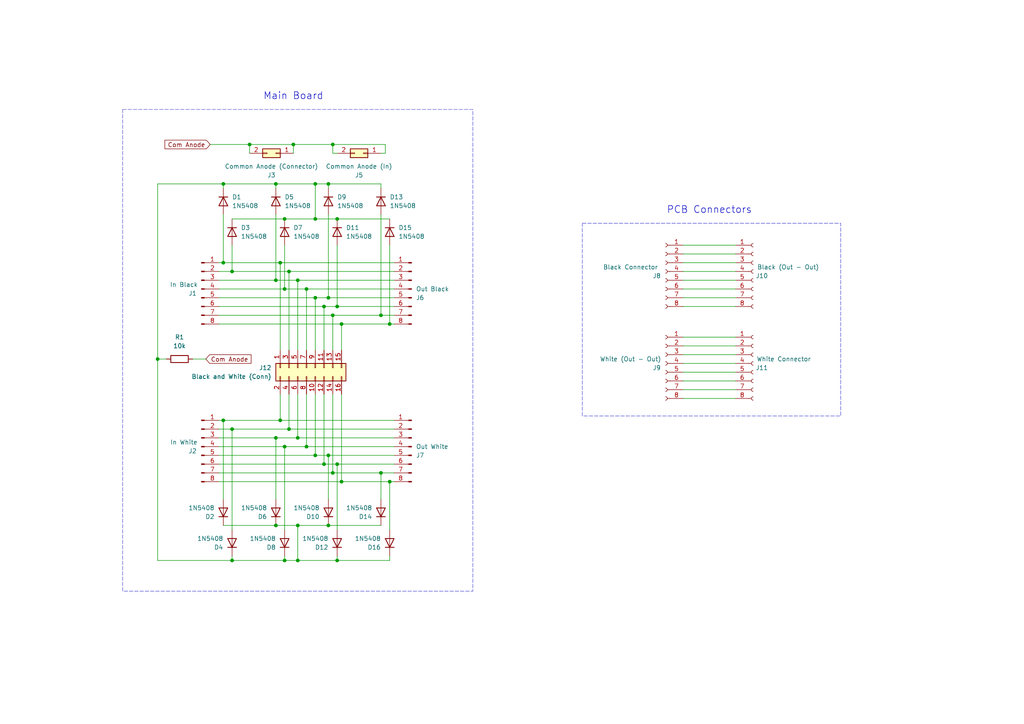
<source format=kicad_sch>
(kicad_sch
	(version 20231120)
	(generator "eeschema")
	(generator_version "8.0")
	(uuid "de6168ac-f810-4ec5-ba3e-ec4e885b612a")
	(paper "A4")
	(title_block
		(title "Mechanical Seven Segment Display Digit Board")
		(date "2024-07-04")
		(rev "1")
		(company "Tin-Foil-Hat")
	)
	(lib_symbols
		(symbol "Connector:Conn_01x08_Pin"
			(pin_names
				(offset 1.016) hide)
			(exclude_from_sim no)
			(in_bom yes)
			(on_board yes)
			(property "Reference" "J"
				(at 0 10.16 0)
				(effects
					(font
						(size 1.27 1.27)
					)
				)
			)
			(property "Value" "Conn_01x08_Pin"
				(at 0 -12.7 0)
				(effects
					(font
						(size 1.27 1.27)
					)
				)
			)
			(property "Footprint" ""
				(at 0 0 0)
				(effects
					(font
						(size 1.27 1.27)
					)
					(hide yes)
				)
			)
			(property "Datasheet" "~"
				(at 0 0 0)
				(effects
					(font
						(size 1.27 1.27)
					)
					(hide yes)
				)
			)
			(property "Description" "Generic connector, single row, 01x08, script generated"
				(at 0 0 0)
				(effects
					(font
						(size 1.27 1.27)
					)
					(hide yes)
				)
			)
			(property "ki_locked" ""
				(at 0 0 0)
				(effects
					(font
						(size 1.27 1.27)
					)
				)
			)
			(property "ki_keywords" "connector"
				(at 0 0 0)
				(effects
					(font
						(size 1.27 1.27)
					)
					(hide yes)
				)
			)
			(property "ki_fp_filters" "Connector*:*_1x??_*"
				(at 0 0 0)
				(effects
					(font
						(size 1.27 1.27)
					)
					(hide yes)
				)
			)
			(symbol "Conn_01x08_Pin_1_1"
				(polyline
					(pts
						(xy 1.27 -10.16) (xy 0.8636 -10.16)
					)
					(stroke
						(width 0.1524)
						(type default)
					)
					(fill
						(type none)
					)
				)
				(polyline
					(pts
						(xy 1.27 -7.62) (xy 0.8636 -7.62)
					)
					(stroke
						(width 0.1524)
						(type default)
					)
					(fill
						(type none)
					)
				)
				(polyline
					(pts
						(xy 1.27 -5.08) (xy 0.8636 -5.08)
					)
					(stroke
						(width 0.1524)
						(type default)
					)
					(fill
						(type none)
					)
				)
				(polyline
					(pts
						(xy 1.27 -2.54) (xy 0.8636 -2.54)
					)
					(stroke
						(width 0.1524)
						(type default)
					)
					(fill
						(type none)
					)
				)
				(polyline
					(pts
						(xy 1.27 0) (xy 0.8636 0)
					)
					(stroke
						(width 0.1524)
						(type default)
					)
					(fill
						(type none)
					)
				)
				(polyline
					(pts
						(xy 1.27 2.54) (xy 0.8636 2.54)
					)
					(stroke
						(width 0.1524)
						(type default)
					)
					(fill
						(type none)
					)
				)
				(polyline
					(pts
						(xy 1.27 5.08) (xy 0.8636 5.08)
					)
					(stroke
						(width 0.1524)
						(type default)
					)
					(fill
						(type none)
					)
				)
				(polyline
					(pts
						(xy 1.27 7.62) (xy 0.8636 7.62)
					)
					(stroke
						(width 0.1524)
						(type default)
					)
					(fill
						(type none)
					)
				)
				(rectangle
					(start 0.8636 -10.033)
					(end 0 -10.287)
					(stroke
						(width 0.1524)
						(type default)
					)
					(fill
						(type outline)
					)
				)
				(rectangle
					(start 0.8636 -7.493)
					(end 0 -7.747)
					(stroke
						(width 0.1524)
						(type default)
					)
					(fill
						(type outline)
					)
				)
				(rectangle
					(start 0.8636 -4.953)
					(end 0 -5.207)
					(stroke
						(width 0.1524)
						(type default)
					)
					(fill
						(type outline)
					)
				)
				(rectangle
					(start 0.8636 -2.413)
					(end 0 -2.667)
					(stroke
						(width 0.1524)
						(type default)
					)
					(fill
						(type outline)
					)
				)
				(rectangle
					(start 0.8636 0.127)
					(end 0 -0.127)
					(stroke
						(width 0.1524)
						(type default)
					)
					(fill
						(type outline)
					)
				)
				(rectangle
					(start 0.8636 2.667)
					(end 0 2.413)
					(stroke
						(width 0.1524)
						(type default)
					)
					(fill
						(type outline)
					)
				)
				(rectangle
					(start 0.8636 5.207)
					(end 0 4.953)
					(stroke
						(width 0.1524)
						(type default)
					)
					(fill
						(type outline)
					)
				)
				(rectangle
					(start 0.8636 7.747)
					(end 0 7.493)
					(stroke
						(width 0.1524)
						(type default)
					)
					(fill
						(type outline)
					)
				)
				(pin passive line
					(at 5.08 7.62 180)
					(length 3.81)
					(name "Pin_1"
						(effects
							(font
								(size 1.27 1.27)
							)
						)
					)
					(number "1"
						(effects
							(font
								(size 1.27 1.27)
							)
						)
					)
				)
				(pin passive line
					(at 5.08 5.08 180)
					(length 3.81)
					(name "Pin_2"
						(effects
							(font
								(size 1.27 1.27)
							)
						)
					)
					(number "2"
						(effects
							(font
								(size 1.27 1.27)
							)
						)
					)
				)
				(pin passive line
					(at 5.08 2.54 180)
					(length 3.81)
					(name "Pin_3"
						(effects
							(font
								(size 1.27 1.27)
							)
						)
					)
					(number "3"
						(effects
							(font
								(size 1.27 1.27)
							)
						)
					)
				)
				(pin passive line
					(at 5.08 0 180)
					(length 3.81)
					(name "Pin_4"
						(effects
							(font
								(size 1.27 1.27)
							)
						)
					)
					(number "4"
						(effects
							(font
								(size 1.27 1.27)
							)
						)
					)
				)
				(pin passive line
					(at 5.08 -2.54 180)
					(length 3.81)
					(name "Pin_5"
						(effects
							(font
								(size 1.27 1.27)
							)
						)
					)
					(number "5"
						(effects
							(font
								(size 1.27 1.27)
							)
						)
					)
				)
				(pin passive line
					(at 5.08 -5.08 180)
					(length 3.81)
					(name "Pin_6"
						(effects
							(font
								(size 1.27 1.27)
							)
						)
					)
					(number "6"
						(effects
							(font
								(size 1.27 1.27)
							)
						)
					)
				)
				(pin passive line
					(at 5.08 -7.62 180)
					(length 3.81)
					(name "Pin_7"
						(effects
							(font
								(size 1.27 1.27)
							)
						)
					)
					(number "7"
						(effects
							(font
								(size 1.27 1.27)
							)
						)
					)
				)
				(pin passive line
					(at 5.08 -10.16 180)
					(length 3.81)
					(name "Pin_8"
						(effects
							(font
								(size 1.27 1.27)
							)
						)
					)
					(number "8"
						(effects
							(font
								(size 1.27 1.27)
							)
						)
					)
				)
			)
		)
		(symbol "Connector:Conn_01x08_Socket"
			(pin_names
				(offset 1.016) hide)
			(exclude_from_sim no)
			(in_bom yes)
			(on_board yes)
			(property "Reference" "J"
				(at 0 10.16 0)
				(effects
					(font
						(size 1.27 1.27)
					)
				)
			)
			(property "Value" "Conn_01x08_Socket"
				(at 0 -12.7 0)
				(effects
					(font
						(size 1.27 1.27)
					)
				)
			)
			(property "Footprint" ""
				(at 0 0 0)
				(effects
					(font
						(size 1.27 1.27)
					)
					(hide yes)
				)
			)
			(property "Datasheet" "~"
				(at 0 0 0)
				(effects
					(font
						(size 1.27 1.27)
					)
					(hide yes)
				)
			)
			(property "Description" "Generic connector, single row, 01x08, script generated"
				(at 0 0 0)
				(effects
					(font
						(size 1.27 1.27)
					)
					(hide yes)
				)
			)
			(property "ki_locked" ""
				(at 0 0 0)
				(effects
					(font
						(size 1.27 1.27)
					)
				)
			)
			(property "ki_keywords" "connector"
				(at 0 0 0)
				(effects
					(font
						(size 1.27 1.27)
					)
					(hide yes)
				)
			)
			(property "ki_fp_filters" "Connector*:*_1x??_*"
				(at 0 0 0)
				(effects
					(font
						(size 1.27 1.27)
					)
					(hide yes)
				)
			)
			(symbol "Conn_01x08_Socket_1_1"
				(arc
					(start 0 -9.652)
					(mid -0.5058 -10.16)
					(end 0 -10.668)
					(stroke
						(width 0.1524)
						(type default)
					)
					(fill
						(type none)
					)
				)
				(arc
					(start 0 -7.112)
					(mid -0.5058 -7.62)
					(end 0 -8.128)
					(stroke
						(width 0.1524)
						(type default)
					)
					(fill
						(type none)
					)
				)
				(arc
					(start 0 -4.572)
					(mid -0.5058 -5.08)
					(end 0 -5.588)
					(stroke
						(width 0.1524)
						(type default)
					)
					(fill
						(type none)
					)
				)
				(arc
					(start 0 -2.032)
					(mid -0.5058 -2.54)
					(end 0 -3.048)
					(stroke
						(width 0.1524)
						(type default)
					)
					(fill
						(type none)
					)
				)
				(polyline
					(pts
						(xy -1.27 -10.16) (xy -0.508 -10.16)
					)
					(stroke
						(width 0.1524)
						(type default)
					)
					(fill
						(type none)
					)
				)
				(polyline
					(pts
						(xy -1.27 -7.62) (xy -0.508 -7.62)
					)
					(stroke
						(width 0.1524)
						(type default)
					)
					(fill
						(type none)
					)
				)
				(polyline
					(pts
						(xy -1.27 -5.08) (xy -0.508 -5.08)
					)
					(stroke
						(width 0.1524)
						(type default)
					)
					(fill
						(type none)
					)
				)
				(polyline
					(pts
						(xy -1.27 -2.54) (xy -0.508 -2.54)
					)
					(stroke
						(width 0.1524)
						(type default)
					)
					(fill
						(type none)
					)
				)
				(polyline
					(pts
						(xy -1.27 0) (xy -0.508 0)
					)
					(stroke
						(width 0.1524)
						(type default)
					)
					(fill
						(type none)
					)
				)
				(polyline
					(pts
						(xy -1.27 2.54) (xy -0.508 2.54)
					)
					(stroke
						(width 0.1524)
						(type default)
					)
					(fill
						(type none)
					)
				)
				(polyline
					(pts
						(xy -1.27 5.08) (xy -0.508 5.08)
					)
					(stroke
						(width 0.1524)
						(type default)
					)
					(fill
						(type none)
					)
				)
				(polyline
					(pts
						(xy -1.27 7.62) (xy -0.508 7.62)
					)
					(stroke
						(width 0.1524)
						(type default)
					)
					(fill
						(type none)
					)
				)
				(arc
					(start 0 0.508)
					(mid -0.5058 0)
					(end 0 -0.508)
					(stroke
						(width 0.1524)
						(type default)
					)
					(fill
						(type none)
					)
				)
				(arc
					(start 0 3.048)
					(mid -0.5058 2.54)
					(end 0 2.032)
					(stroke
						(width 0.1524)
						(type default)
					)
					(fill
						(type none)
					)
				)
				(arc
					(start 0 5.588)
					(mid -0.5058 5.08)
					(end 0 4.572)
					(stroke
						(width 0.1524)
						(type default)
					)
					(fill
						(type none)
					)
				)
				(arc
					(start 0 8.128)
					(mid -0.5058 7.62)
					(end 0 7.112)
					(stroke
						(width 0.1524)
						(type default)
					)
					(fill
						(type none)
					)
				)
				(pin passive line
					(at -5.08 7.62 0)
					(length 3.81)
					(name "Pin_1"
						(effects
							(font
								(size 1.27 1.27)
							)
						)
					)
					(number "1"
						(effects
							(font
								(size 1.27 1.27)
							)
						)
					)
				)
				(pin passive line
					(at -5.08 5.08 0)
					(length 3.81)
					(name "Pin_2"
						(effects
							(font
								(size 1.27 1.27)
							)
						)
					)
					(number "2"
						(effects
							(font
								(size 1.27 1.27)
							)
						)
					)
				)
				(pin passive line
					(at -5.08 2.54 0)
					(length 3.81)
					(name "Pin_3"
						(effects
							(font
								(size 1.27 1.27)
							)
						)
					)
					(number "3"
						(effects
							(font
								(size 1.27 1.27)
							)
						)
					)
				)
				(pin passive line
					(at -5.08 0 0)
					(length 3.81)
					(name "Pin_4"
						(effects
							(font
								(size 1.27 1.27)
							)
						)
					)
					(number "4"
						(effects
							(font
								(size 1.27 1.27)
							)
						)
					)
				)
				(pin passive line
					(at -5.08 -2.54 0)
					(length 3.81)
					(name "Pin_5"
						(effects
							(font
								(size 1.27 1.27)
							)
						)
					)
					(number "5"
						(effects
							(font
								(size 1.27 1.27)
							)
						)
					)
				)
				(pin passive line
					(at -5.08 -5.08 0)
					(length 3.81)
					(name "Pin_6"
						(effects
							(font
								(size 1.27 1.27)
							)
						)
					)
					(number "6"
						(effects
							(font
								(size 1.27 1.27)
							)
						)
					)
				)
				(pin passive line
					(at -5.08 -7.62 0)
					(length 3.81)
					(name "Pin_7"
						(effects
							(font
								(size 1.27 1.27)
							)
						)
					)
					(number "7"
						(effects
							(font
								(size 1.27 1.27)
							)
						)
					)
				)
				(pin passive line
					(at -5.08 -10.16 0)
					(length 3.81)
					(name "Pin_8"
						(effects
							(font
								(size 1.27 1.27)
							)
						)
					)
					(number "8"
						(effects
							(font
								(size 1.27 1.27)
							)
						)
					)
				)
			)
		)
		(symbol "Connector_Generic:Conn_02x01"
			(pin_names
				(offset 1.016) hide)
			(exclude_from_sim no)
			(in_bom yes)
			(on_board yes)
			(property "Reference" "J"
				(at 1.27 2.54 0)
				(effects
					(font
						(size 1.27 1.27)
					)
				)
			)
			(property "Value" "Conn_02x01"
				(at 1.27 -2.54 0)
				(effects
					(font
						(size 1.27 1.27)
					)
				)
			)
			(property "Footprint" ""
				(at 0 0 0)
				(effects
					(font
						(size 1.27 1.27)
					)
					(hide yes)
				)
			)
			(property "Datasheet" "~"
				(at 0 0 0)
				(effects
					(font
						(size 1.27 1.27)
					)
					(hide yes)
				)
			)
			(property "Description" "Generic connector, double row, 02x01, this symbol is compatible with counter-clockwise, top-bottom and odd-even numbering schemes., script generated (kicad-library-utils/schlib/autogen/connector/)"
				(at 0 0 0)
				(effects
					(font
						(size 1.27 1.27)
					)
					(hide yes)
				)
			)
			(property "ki_keywords" "connector"
				(at 0 0 0)
				(effects
					(font
						(size 1.27 1.27)
					)
					(hide yes)
				)
			)
			(property "ki_fp_filters" "Connector*:*_2x??_*"
				(at 0 0 0)
				(effects
					(font
						(size 1.27 1.27)
					)
					(hide yes)
				)
			)
			(symbol "Conn_02x01_1_1"
				(rectangle
					(start -1.27 0.127)
					(end 0 -0.127)
					(stroke
						(width 0.1524)
						(type default)
					)
					(fill
						(type none)
					)
				)
				(rectangle
					(start -1.27 1.27)
					(end 3.81 -1.27)
					(stroke
						(width 0.254)
						(type default)
					)
					(fill
						(type background)
					)
				)
				(rectangle
					(start 3.81 0.127)
					(end 2.54 -0.127)
					(stroke
						(width 0.1524)
						(type default)
					)
					(fill
						(type none)
					)
				)
				(pin passive line
					(at -5.08 0 0)
					(length 3.81)
					(name "Pin_1"
						(effects
							(font
								(size 1.27 1.27)
							)
						)
					)
					(number "1"
						(effects
							(font
								(size 1.27 1.27)
							)
						)
					)
				)
				(pin passive line
					(at 7.62 0 180)
					(length 3.81)
					(name "Pin_2"
						(effects
							(font
								(size 1.27 1.27)
							)
						)
					)
					(number "2"
						(effects
							(font
								(size 1.27 1.27)
							)
						)
					)
				)
			)
		)
		(symbol "Connector_Generic:Conn_02x08_Odd_Even"
			(pin_names
				(offset 1.016) hide)
			(exclude_from_sim no)
			(in_bom yes)
			(on_board yes)
			(property "Reference" "J"
				(at 1.27 10.16 0)
				(effects
					(font
						(size 1.27 1.27)
					)
				)
			)
			(property "Value" "Conn_02x08_Odd_Even"
				(at 1.27 -12.7 0)
				(effects
					(font
						(size 1.27 1.27)
					)
				)
			)
			(property "Footprint" ""
				(at 0 0 0)
				(effects
					(font
						(size 1.27 1.27)
					)
					(hide yes)
				)
			)
			(property "Datasheet" "~"
				(at 0 0 0)
				(effects
					(font
						(size 1.27 1.27)
					)
					(hide yes)
				)
			)
			(property "Description" "Generic connector, double row, 02x08, odd/even pin numbering scheme (row 1 odd numbers, row 2 even numbers), script generated (kicad-library-utils/schlib/autogen/connector/)"
				(at 0 0 0)
				(effects
					(font
						(size 1.27 1.27)
					)
					(hide yes)
				)
			)
			(property "ki_keywords" "connector"
				(at 0 0 0)
				(effects
					(font
						(size 1.27 1.27)
					)
					(hide yes)
				)
			)
			(property "ki_fp_filters" "Connector*:*_2x??_*"
				(at 0 0 0)
				(effects
					(font
						(size 1.27 1.27)
					)
					(hide yes)
				)
			)
			(symbol "Conn_02x08_Odd_Even_1_1"
				(rectangle
					(start -1.27 -10.033)
					(end 0 -10.287)
					(stroke
						(width 0.1524)
						(type default)
					)
					(fill
						(type none)
					)
				)
				(rectangle
					(start -1.27 -7.493)
					(end 0 -7.747)
					(stroke
						(width 0.1524)
						(type default)
					)
					(fill
						(type none)
					)
				)
				(rectangle
					(start -1.27 -4.953)
					(end 0 -5.207)
					(stroke
						(width 0.1524)
						(type default)
					)
					(fill
						(type none)
					)
				)
				(rectangle
					(start -1.27 -2.413)
					(end 0 -2.667)
					(stroke
						(width 0.1524)
						(type default)
					)
					(fill
						(type none)
					)
				)
				(rectangle
					(start -1.27 0.127)
					(end 0 -0.127)
					(stroke
						(width 0.1524)
						(type default)
					)
					(fill
						(type none)
					)
				)
				(rectangle
					(start -1.27 2.667)
					(end 0 2.413)
					(stroke
						(width 0.1524)
						(type default)
					)
					(fill
						(type none)
					)
				)
				(rectangle
					(start -1.27 5.207)
					(end 0 4.953)
					(stroke
						(width 0.1524)
						(type default)
					)
					(fill
						(type none)
					)
				)
				(rectangle
					(start -1.27 7.747)
					(end 0 7.493)
					(stroke
						(width 0.1524)
						(type default)
					)
					(fill
						(type none)
					)
				)
				(rectangle
					(start -1.27 8.89)
					(end 3.81 -11.43)
					(stroke
						(width 0.254)
						(type default)
					)
					(fill
						(type background)
					)
				)
				(rectangle
					(start 3.81 -10.033)
					(end 2.54 -10.287)
					(stroke
						(width 0.1524)
						(type default)
					)
					(fill
						(type none)
					)
				)
				(rectangle
					(start 3.81 -7.493)
					(end 2.54 -7.747)
					(stroke
						(width 0.1524)
						(type default)
					)
					(fill
						(type none)
					)
				)
				(rectangle
					(start 3.81 -4.953)
					(end 2.54 -5.207)
					(stroke
						(width 0.1524)
						(type default)
					)
					(fill
						(type none)
					)
				)
				(rectangle
					(start 3.81 -2.413)
					(end 2.54 -2.667)
					(stroke
						(width 0.1524)
						(type default)
					)
					(fill
						(type none)
					)
				)
				(rectangle
					(start 3.81 0.127)
					(end 2.54 -0.127)
					(stroke
						(width 0.1524)
						(type default)
					)
					(fill
						(type none)
					)
				)
				(rectangle
					(start 3.81 2.667)
					(end 2.54 2.413)
					(stroke
						(width 0.1524)
						(type default)
					)
					(fill
						(type none)
					)
				)
				(rectangle
					(start 3.81 5.207)
					(end 2.54 4.953)
					(stroke
						(width 0.1524)
						(type default)
					)
					(fill
						(type none)
					)
				)
				(rectangle
					(start 3.81 7.747)
					(end 2.54 7.493)
					(stroke
						(width 0.1524)
						(type default)
					)
					(fill
						(type none)
					)
				)
				(pin passive line
					(at -5.08 7.62 0)
					(length 3.81)
					(name "Pin_1"
						(effects
							(font
								(size 1.27 1.27)
							)
						)
					)
					(number "1"
						(effects
							(font
								(size 1.27 1.27)
							)
						)
					)
				)
				(pin passive line
					(at 7.62 -2.54 180)
					(length 3.81)
					(name "Pin_10"
						(effects
							(font
								(size 1.27 1.27)
							)
						)
					)
					(number "10"
						(effects
							(font
								(size 1.27 1.27)
							)
						)
					)
				)
				(pin passive line
					(at -5.08 -5.08 0)
					(length 3.81)
					(name "Pin_11"
						(effects
							(font
								(size 1.27 1.27)
							)
						)
					)
					(number "11"
						(effects
							(font
								(size 1.27 1.27)
							)
						)
					)
				)
				(pin passive line
					(at 7.62 -5.08 180)
					(length 3.81)
					(name "Pin_12"
						(effects
							(font
								(size 1.27 1.27)
							)
						)
					)
					(number "12"
						(effects
							(font
								(size 1.27 1.27)
							)
						)
					)
				)
				(pin passive line
					(at -5.08 -7.62 0)
					(length 3.81)
					(name "Pin_13"
						(effects
							(font
								(size 1.27 1.27)
							)
						)
					)
					(number "13"
						(effects
							(font
								(size 1.27 1.27)
							)
						)
					)
				)
				(pin passive line
					(at 7.62 -7.62 180)
					(length 3.81)
					(name "Pin_14"
						(effects
							(font
								(size 1.27 1.27)
							)
						)
					)
					(number "14"
						(effects
							(font
								(size 1.27 1.27)
							)
						)
					)
				)
				(pin passive line
					(at -5.08 -10.16 0)
					(length 3.81)
					(name "Pin_15"
						(effects
							(font
								(size 1.27 1.27)
							)
						)
					)
					(number "15"
						(effects
							(font
								(size 1.27 1.27)
							)
						)
					)
				)
				(pin passive line
					(at 7.62 -10.16 180)
					(length 3.81)
					(name "Pin_16"
						(effects
							(font
								(size 1.27 1.27)
							)
						)
					)
					(number "16"
						(effects
							(font
								(size 1.27 1.27)
							)
						)
					)
				)
				(pin passive line
					(at 7.62 7.62 180)
					(length 3.81)
					(name "Pin_2"
						(effects
							(font
								(size 1.27 1.27)
							)
						)
					)
					(number "2"
						(effects
							(font
								(size 1.27 1.27)
							)
						)
					)
				)
				(pin passive line
					(at -5.08 5.08 0)
					(length 3.81)
					(name "Pin_3"
						(effects
							(font
								(size 1.27 1.27)
							)
						)
					)
					(number "3"
						(effects
							(font
								(size 1.27 1.27)
							)
						)
					)
				)
				(pin passive line
					(at 7.62 5.08 180)
					(length 3.81)
					(name "Pin_4"
						(effects
							(font
								(size 1.27 1.27)
							)
						)
					)
					(number "4"
						(effects
							(font
								(size 1.27 1.27)
							)
						)
					)
				)
				(pin passive line
					(at -5.08 2.54 0)
					(length 3.81)
					(name "Pin_5"
						(effects
							(font
								(size 1.27 1.27)
							)
						)
					)
					(number "5"
						(effects
							(font
								(size 1.27 1.27)
							)
						)
					)
				)
				(pin passive line
					(at 7.62 2.54 180)
					(length 3.81)
					(name "Pin_6"
						(effects
							(font
								(size 1.27 1.27)
							)
						)
					)
					(number "6"
						(effects
							(font
								(size 1.27 1.27)
							)
						)
					)
				)
				(pin passive line
					(at -5.08 0 0)
					(length 3.81)
					(name "Pin_7"
						(effects
							(font
								(size 1.27 1.27)
							)
						)
					)
					(number "7"
						(effects
							(font
								(size 1.27 1.27)
							)
						)
					)
				)
				(pin passive line
					(at 7.62 0 180)
					(length 3.81)
					(name "Pin_8"
						(effects
							(font
								(size 1.27 1.27)
							)
						)
					)
					(number "8"
						(effects
							(font
								(size 1.27 1.27)
							)
						)
					)
				)
				(pin passive line
					(at -5.08 -2.54 0)
					(length 3.81)
					(name "Pin_9"
						(effects
							(font
								(size 1.27 1.27)
							)
						)
					)
					(number "9"
						(effects
							(font
								(size 1.27 1.27)
							)
						)
					)
				)
			)
		)
		(symbol "Device:R"
			(pin_numbers hide)
			(pin_names
				(offset 0)
			)
			(exclude_from_sim no)
			(in_bom yes)
			(on_board yes)
			(property "Reference" "R"
				(at 2.032 0 90)
				(effects
					(font
						(size 1.27 1.27)
					)
				)
			)
			(property "Value" "R"
				(at 0 0 90)
				(effects
					(font
						(size 1.27 1.27)
					)
				)
			)
			(property "Footprint" ""
				(at -1.778 0 90)
				(effects
					(font
						(size 1.27 1.27)
					)
					(hide yes)
				)
			)
			(property "Datasheet" "~"
				(at 0 0 0)
				(effects
					(font
						(size 1.27 1.27)
					)
					(hide yes)
				)
			)
			(property "Description" "Resistor"
				(at 0 0 0)
				(effects
					(font
						(size 1.27 1.27)
					)
					(hide yes)
				)
			)
			(property "ki_keywords" "R res resistor"
				(at 0 0 0)
				(effects
					(font
						(size 1.27 1.27)
					)
					(hide yes)
				)
			)
			(property "ki_fp_filters" "R_*"
				(at 0 0 0)
				(effects
					(font
						(size 1.27 1.27)
					)
					(hide yes)
				)
			)
			(symbol "R_0_1"
				(rectangle
					(start -1.016 -2.54)
					(end 1.016 2.54)
					(stroke
						(width 0.254)
						(type default)
					)
					(fill
						(type none)
					)
				)
			)
			(symbol "R_1_1"
				(pin passive line
					(at 0 3.81 270)
					(length 1.27)
					(name "~"
						(effects
							(font
								(size 1.27 1.27)
							)
						)
					)
					(number "1"
						(effects
							(font
								(size 1.27 1.27)
							)
						)
					)
				)
				(pin passive line
					(at 0 -3.81 90)
					(length 1.27)
					(name "~"
						(effects
							(font
								(size 1.27 1.27)
							)
						)
					)
					(number "2"
						(effects
							(font
								(size 1.27 1.27)
							)
						)
					)
				)
			)
		)
		(symbol "Diode:1N5408"
			(pin_numbers hide)
			(pin_names hide)
			(exclude_from_sim no)
			(in_bom yes)
			(on_board yes)
			(property "Reference" "D"
				(at 0 2.54 0)
				(effects
					(font
						(size 1.27 1.27)
					)
				)
			)
			(property "Value" "1N5408"
				(at 0 -2.54 0)
				(effects
					(font
						(size 1.27 1.27)
					)
				)
			)
			(property "Footprint" "Diode_THT:D_DO-201AD_P15.24mm_Horizontal"
				(at 0 -4.445 0)
				(effects
					(font
						(size 1.27 1.27)
					)
					(hide yes)
				)
			)
			(property "Datasheet" "http://www.vishay.com/docs/88516/1n5400.pdf"
				(at 0 0 0)
				(effects
					(font
						(size 1.27 1.27)
					)
					(hide yes)
				)
			)
			(property "Description" "1000V 3A General Purpose Rectifier Diode, DO-201AD"
				(at 0 0 0)
				(effects
					(font
						(size 1.27 1.27)
					)
					(hide yes)
				)
			)
			(property "Sim.Device" "D"
				(at 0 0 0)
				(effects
					(font
						(size 1.27 1.27)
					)
					(hide yes)
				)
			)
			(property "Sim.Pins" "1=K 2=A"
				(at 0 0 0)
				(effects
					(font
						(size 1.27 1.27)
					)
					(hide yes)
				)
			)
			(property "ki_keywords" "diode"
				(at 0 0 0)
				(effects
					(font
						(size 1.27 1.27)
					)
					(hide yes)
				)
			)
			(property "ki_fp_filters" "D*DO?201AD*"
				(at 0 0 0)
				(effects
					(font
						(size 1.27 1.27)
					)
					(hide yes)
				)
			)
			(symbol "1N5408_0_1"
				(polyline
					(pts
						(xy -1.27 1.27) (xy -1.27 -1.27)
					)
					(stroke
						(width 0.254)
						(type default)
					)
					(fill
						(type none)
					)
				)
				(polyline
					(pts
						(xy 1.27 0) (xy -1.27 0)
					)
					(stroke
						(width 0)
						(type default)
					)
					(fill
						(type none)
					)
				)
				(polyline
					(pts
						(xy 1.27 1.27) (xy 1.27 -1.27) (xy -1.27 0) (xy 1.27 1.27)
					)
					(stroke
						(width 0.254)
						(type default)
					)
					(fill
						(type none)
					)
				)
			)
			(symbol "1N5408_1_1"
				(pin passive line
					(at -3.81 0 0)
					(length 2.54)
					(name "K"
						(effects
							(font
								(size 1.27 1.27)
							)
						)
					)
					(number "1"
						(effects
							(font
								(size 1.27 1.27)
							)
						)
					)
				)
				(pin passive line
					(at 3.81 0 180)
					(length 2.54)
					(name "A"
						(effects
							(font
								(size 1.27 1.27)
							)
						)
					)
					(number "2"
						(effects
							(font
								(size 1.27 1.27)
							)
						)
					)
				)
			)
		)
	)
	(junction
		(at 85.09 41.91)
		(diameter 0)
		(color 0 0 0 0)
		(uuid "148c50ab-d9df-40e4-a15a-1c984914d8cb")
	)
	(junction
		(at 93.98 134.62)
		(diameter 0)
		(color 0 0 0 0)
		(uuid "18ee07f2-0a84-49fb-89c8-4c6485827019")
	)
	(junction
		(at 86.36 152.4)
		(diameter 0)
		(color 0 0 0 0)
		(uuid "1cbb73c7-5b05-479e-a9ae-2402f63b5bda")
	)
	(junction
		(at 80.01 81.28)
		(diameter 0)
		(color 0 0 0 0)
		(uuid "1e7f0a81-4294-4bd5-af24-33020c152311")
	)
	(junction
		(at 83.82 124.46)
		(diameter 0)
		(color 0 0 0 0)
		(uuid "25538d39-d436-43f9-88f2-015a4e22e8e9")
	)
	(junction
		(at 82.55 129.54)
		(diameter 0)
		(color 0 0 0 0)
		(uuid "2702030a-3e3c-41e6-aa18-798986ba8ce3")
	)
	(junction
		(at 82.55 63.5)
		(diameter 0)
		(color 0 0 0 0)
		(uuid "30ae22e3-08de-4b11-bc01-a1a7343946fe")
	)
	(junction
		(at 64.77 53.34)
		(diameter 0)
		(color 0 0 0 0)
		(uuid "38f85c5b-aa02-450f-b486-e29648bc4f65")
	)
	(junction
		(at 91.44 63.5)
		(diameter 0)
		(color 0 0 0 0)
		(uuid "459e3adf-eead-4e4f-9643-5beed3ae9e64")
	)
	(junction
		(at 83.82 78.74)
		(diameter 0)
		(color 0 0 0 0)
		(uuid "4e5fa44a-c3ea-49be-94b1-1ad7cccd3b45")
	)
	(junction
		(at 80.01 152.4)
		(diameter 0)
		(color 0 0 0 0)
		(uuid "51dc8f42-94f6-4ba8-802d-8a634f9a942b")
	)
	(junction
		(at 91.44 132.08)
		(diameter 0)
		(color 0 0 0 0)
		(uuid "54c1c8ae-6316-45ee-aebc-597496d7dbef")
	)
	(junction
		(at 72.39 41.91)
		(diameter 0)
		(color 0 0 0 0)
		(uuid "5a464824-5f8d-4c06-a0c6-4e8c5c7eb171")
	)
	(junction
		(at 97.79 63.5)
		(diameter 0)
		(color 0 0 0 0)
		(uuid "5c628577-0bcc-4c30-8207-885051537272")
	)
	(junction
		(at 80.01 127)
		(diameter 0)
		(color 0 0 0 0)
		(uuid "5e8e3f65-0184-4f25-814e-50049f364150")
	)
	(junction
		(at 86.36 127)
		(diameter 0)
		(color 0 0 0 0)
		(uuid "618db453-8028-47d3-ba5a-bafcaafb35ea")
	)
	(junction
		(at 45.72 104.14)
		(diameter 0)
		(color 0 0 0 0)
		(uuid "656948aa-f075-433c-993e-3e5b7b0196fc")
	)
	(junction
		(at 110.49 91.44)
		(diameter 0)
		(color 0 0 0 0)
		(uuid "6a52cdca-0125-4e7f-a996-4433c0a9220e")
	)
	(junction
		(at 110.49 137.16)
		(diameter 0)
		(color 0 0 0 0)
		(uuid "6c0193d9-ca8d-49c3-963a-62dce024acdd")
	)
	(junction
		(at 97.79 162.56)
		(diameter 0)
		(color 0 0 0 0)
		(uuid "73be2aa5-6368-4cba-a304-49fcc3bf1e8b")
	)
	(junction
		(at 96.52 91.44)
		(diameter 0)
		(color 0 0 0 0)
		(uuid "748f9977-ff92-4210-88ec-6294be3fb0bd")
	)
	(junction
		(at 67.31 124.46)
		(diameter 0)
		(color 0 0 0 0)
		(uuid "7d6d6422-166e-4367-be00-f9f56a29fd69")
	)
	(junction
		(at 96.52 41.91)
		(diameter 0)
		(color 0 0 0 0)
		(uuid "7e4311b6-5c99-4c65-b314-80282aa87e42")
	)
	(junction
		(at 80.01 53.34)
		(diameter 0)
		(color 0 0 0 0)
		(uuid "7ecd589f-ec58-4519-aff6-77b458703108")
	)
	(junction
		(at 86.36 162.56)
		(diameter 0)
		(color 0 0 0 0)
		(uuid "8257c92f-0e5f-427e-9630-d34eaf73e627")
	)
	(junction
		(at 91.44 53.34)
		(diameter 0)
		(color 0 0 0 0)
		(uuid "85d61d1c-5094-4dd3-b8eb-69fb392cf53d")
	)
	(junction
		(at 99.06 93.98)
		(diameter 0)
		(color 0 0 0 0)
		(uuid "865d27e6-b9a4-4fa8-b59b-186fc36d3c74")
	)
	(junction
		(at 64.77 76.2)
		(diameter 0)
		(color 0 0 0 0)
		(uuid "873582a5-6b66-4ca3-a559-b3c89bed37b7")
	)
	(junction
		(at 67.31 78.74)
		(diameter 0)
		(color 0 0 0 0)
		(uuid "8aec6a03-0844-4757-8cea-27ee221dfccb")
	)
	(junction
		(at 82.55 162.56)
		(diameter 0)
		(color 0 0 0 0)
		(uuid "8b6b2cbf-d3ff-41a9-a637-fb61ac985b43")
	)
	(junction
		(at 88.9 83.82)
		(diameter 0)
		(color 0 0 0 0)
		(uuid "91226eaa-5dc0-4ccf-8298-cedf49516c75")
	)
	(junction
		(at 97.79 88.9)
		(diameter 0)
		(color 0 0 0 0)
		(uuid "977b1d05-4f83-4754-81d6-df0d2ca55dec")
	)
	(junction
		(at 95.25 86.36)
		(diameter 0)
		(color 0 0 0 0)
		(uuid "9b1af82a-2c11-4170-a0a0-4d58815937d5")
	)
	(junction
		(at 95.25 53.34)
		(diameter 0)
		(color 0 0 0 0)
		(uuid "9fde564f-7aaa-4229-81b7-e85ce166fd7f")
	)
	(junction
		(at 64.77 121.92)
		(diameter 0)
		(color 0 0 0 0)
		(uuid "a48dde60-443a-45b0-84ab-ae80c397f958")
	)
	(junction
		(at 95.25 132.08)
		(diameter 0)
		(color 0 0 0 0)
		(uuid "b9633840-11b1-4807-9708-1b97ba47d026")
	)
	(junction
		(at 67.31 162.56)
		(diameter 0)
		(color 0 0 0 0)
		(uuid "bf670aa3-d9fc-49b1-8bfa-15f4d6e1728a")
	)
	(junction
		(at 86.36 81.28)
		(diameter 0)
		(color 0 0 0 0)
		(uuid "c37b0936-5a34-4845-ba13-53da52d863e4")
	)
	(junction
		(at 96.52 137.16)
		(diameter 0)
		(color 0 0 0 0)
		(uuid "c4824d1a-2512-44cd-9333-46f07ec904c2")
	)
	(junction
		(at 81.28 121.92)
		(diameter 0)
		(color 0 0 0 0)
		(uuid "c767f8c6-41b1-4105-be6e-ae907ffb712a")
	)
	(junction
		(at 91.44 86.36)
		(diameter 0)
		(color 0 0 0 0)
		(uuid "d28dd51d-733c-4d49-9dcf-7f5cd4760209")
	)
	(junction
		(at 99.06 139.7)
		(diameter 0)
		(color 0 0 0 0)
		(uuid "d5bc761e-595c-4547-8981-a0cba50607ff")
	)
	(junction
		(at 93.98 88.9)
		(diameter 0)
		(color 0 0 0 0)
		(uuid "d7ad3eed-7dd9-464d-a661-3c24902e3bf9")
	)
	(junction
		(at 113.03 139.7)
		(diameter 0)
		(color 0 0 0 0)
		(uuid "d7db0151-c5c7-44a1-a963-6b30d4184f4b")
	)
	(junction
		(at 81.28 76.2)
		(diameter 0)
		(color 0 0 0 0)
		(uuid "e1339f4f-d660-4447-809b-c97d6503f631")
	)
	(junction
		(at 88.9 129.54)
		(diameter 0)
		(color 0 0 0 0)
		(uuid "e3a6b174-e790-4e82-a20d-e7c73615bd9b")
	)
	(junction
		(at 95.25 152.4)
		(diameter 0)
		(color 0 0 0 0)
		(uuid "f7cc5f1e-3789-4a39-b23c-ccdd36d3bb36")
	)
	(junction
		(at 97.79 134.62)
		(diameter 0)
		(color 0 0 0 0)
		(uuid "fc8a018f-5ffc-41a3-9eb7-4f6d89623318")
	)
	(junction
		(at 113.03 93.98)
		(diameter 0)
		(color 0 0 0 0)
		(uuid "fd411d42-ec4e-482a-b3cf-957ee4fd1513")
	)
	(junction
		(at 82.55 83.82)
		(diameter 0)
		(color 0 0 0 0)
		(uuid "ffbacfd1-3954-421c-85e3-9ef8ca7c797b")
	)
	(wire
		(pts
			(xy 97.79 134.62) (xy 93.98 134.62)
		)
		(stroke
			(width 0)
			(type default)
		)
		(uuid "064b866d-710b-4b66-bbfe-9d0b42b463c1")
	)
	(wire
		(pts
			(xy 96.52 114.3) (xy 96.52 137.16)
		)
		(stroke
			(width 0)
			(type default)
		)
		(uuid "078027da-25cd-4703-ab27-22ffd1cca1b4")
	)
	(wire
		(pts
			(xy 213.36 115.57) (xy 198.12 115.57)
		)
		(stroke
			(width 0)
			(type default)
		)
		(uuid "0796f0b0-3491-4e40-8ca2-704b13d9db12")
	)
	(wire
		(pts
			(xy 99.06 93.98) (xy 63.5 93.98)
		)
		(stroke
			(width 0)
			(type default)
		)
		(uuid "07cedac1-1701-4219-800c-2865a1aacf43")
	)
	(wire
		(pts
			(xy 64.77 121.92) (xy 63.5 121.92)
		)
		(stroke
			(width 0)
			(type default)
		)
		(uuid "08198169-8924-4afa-98b2-3aac474c9c89")
	)
	(wire
		(pts
			(xy 85.09 41.91) (xy 72.39 41.91)
		)
		(stroke
			(width 0)
			(type default)
		)
		(uuid "0a88624e-0637-4a51-9a06-4f73c3c9ef42")
	)
	(wire
		(pts
			(xy 111.76 44.45) (xy 111.76 41.91)
		)
		(stroke
			(width 0)
			(type default)
		)
		(uuid "0b52e083-1935-4062-821f-2f1124ac921c")
	)
	(wire
		(pts
			(xy 80.01 127) (xy 63.5 127)
		)
		(stroke
			(width 0)
			(type default)
		)
		(uuid "0cd5ad04-85d2-463b-b685-a8dd2472bd67")
	)
	(wire
		(pts
			(xy 114.3 78.74) (xy 83.82 78.74)
		)
		(stroke
			(width 0)
			(type default)
		)
		(uuid "0fd67873-3450-4aad-be82-e6458bf0f754")
	)
	(wire
		(pts
			(xy 86.36 114.3) (xy 86.36 127)
		)
		(stroke
			(width 0)
			(type default)
		)
		(uuid "10dbdedd-dae0-40b7-80ba-9e7ddcf31b68")
	)
	(wire
		(pts
			(xy 93.98 88.9) (xy 63.5 88.9)
		)
		(stroke
			(width 0)
			(type default)
		)
		(uuid "132d7366-c3f6-4b89-85dc-79e8d8bcf99a")
	)
	(wire
		(pts
			(xy 95.25 86.36) (xy 91.44 86.36)
		)
		(stroke
			(width 0)
			(type default)
		)
		(uuid "14253d88-17da-4510-81d2-e223f285dda6")
	)
	(wire
		(pts
			(xy 96.52 91.44) (xy 96.52 101.6)
		)
		(stroke
			(width 0)
			(type default)
		)
		(uuid "143f59dd-d41d-45a1-a538-eebf1becdadd")
	)
	(wire
		(pts
			(xy 86.36 81.28) (xy 86.36 101.6)
		)
		(stroke
			(width 0)
			(type default)
		)
		(uuid "18882c7f-e77b-4307-9b14-8ca7c6c04864")
	)
	(wire
		(pts
			(xy 95.25 144.78) (xy 95.25 132.08)
		)
		(stroke
			(width 0)
			(type default)
		)
		(uuid "1898e914-f6b8-4479-b437-b993448435c4")
	)
	(wire
		(pts
			(xy 45.72 104.14) (xy 48.26 104.14)
		)
		(stroke
			(width 0)
			(type default)
		)
		(uuid "1c06ab33-bb5c-475b-bfcc-9b8c524ab486")
	)
	(wire
		(pts
			(xy 67.31 153.67) (xy 67.31 124.46)
		)
		(stroke
			(width 0)
			(type default)
		)
		(uuid "1e4b72e2-c185-4ce1-b8c5-a1117a63c0fe")
	)
	(wire
		(pts
			(xy 64.77 144.78) (xy 64.77 121.92)
		)
		(stroke
			(width 0)
			(type default)
		)
		(uuid "201201fe-6c6b-4c0f-bd1f-33859d4f82a1")
	)
	(wire
		(pts
			(xy 213.36 86.36) (xy 198.12 86.36)
		)
		(stroke
			(width 0)
			(type default)
		)
		(uuid "22429e34-1c79-4c01-8a35-d7a0d6cc5bf7")
	)
	(wire
		(pts
			(xy 110.49 137.16) (xy 96.52 137.16)
		)
		(stroke
			(width 0)
			(type default)
		)
		(uuid "234807a1-0bc8-46b0-98cd-167757aa5812")
	)
	(wire
		(pts
			(xy 83.82 114.3) (xy 83.82 124.46)
		)
		(stroke
			(width 0)
			(type default)
		)
		(uuid "247d711b-8d09-4858-b9bf-b076d73a8ed7")
	)
	(wire
		(pts
			(xy 97.79 153.67) (xy 97.79 134.62)
		)
		(stroke
			(width 0)
			(type default)
		)
		(uuid "2800581f-82a0-4c6b-944f-5894367295a2")
	)
	(wire
		(pts
			(xy 45.72 53.34) (xy 45.72 104.14)
		)
		(stroke
			(width 0)
			(type default)
		)
		(uuid "295498d5-8265-41a1-bc23-d0d8a59908d3")
	)
	(wire
		(pts
			(xy 110.49 62.23) (xy 110.49 91.44)
		)
		(stroke
			(width 0)
			(type default)
		)
		(uuid "2d75c09d-37cd-4611-afba-6950dc8e8c12")
	)
	(wire
		(pts
			(xy 82.55 129.54) (xy 63.5 129.54)
		)
		(stroke
			(width 0)
			(type default)
		)
		(uuid "2fb446d4-6fa5-42c6-971b-59adc0376ee9")
	)
	(wire
		(pts
			(xy 55.88 104.14) (xy 59.69 104.14)
		)
		(stroke
			(width 0)
			(type default)
		)
		(uuid "31e78d15-8032-482a-b47b-2c8b609f46be")
	)
	(wire
		(pts
			(xy 80.01 53.34) (xy 80.01 54.61)
		)
		(stroke
			(width 0)
			(type default)
		)
		(uuid "340f0ecb-bd9d-478a-ac3f-c6d9e5303b0f")
	)
	(wire
		(pts
			(xy 96.52 91.44) (xy 63.5 91.44)
		)
		(stroke
			(width 0)
			(type default)
		)
		(uuid "3455e711-dd35-4381-8c49-e56b23eafeb2")
	)
	(wire
		(pts
			(xy 110.49 91.44) (xy 96.52 91.44)
		)
		(stroke
			(width 0)
			(type default)
		)
		(uuid "35c941c5-cc31-4ef2-8c26-0675f96475fb")
	)
	(wire
		(pts
			(xy 97.79 63.5) (xy 113.03 63.5)
		)
		(stroke
			(width 0)
			(type default)
		)
		(uuid "3618eb75-3b2f-4ab6-bf0d-e1ab87e13779")
	)
	(wire
		(pts
			(xy 113.03 93.98) (xy 99.06 93.98)
		)
		(stroke
			(width 0)
			(type default)
		)
		(uuid "3b16cc50-262d-4941-a8ea-f070e054867e")
	)
	(wire
		(pts
			(xy 86.36 127) (xy 80.01 127)
		)
		(stroke
			(width 0)
			(type default)
		)
		(uuid "3cb15e6e-3247-4801-affe-8a9caf0d7895")
	)
	(wire
		(pts
			(xy 67.31 71.12) (xy 67.31 78.74)
		)
		(stroke
			(width 0)
			(type default)
		)
		(uuid "4081916c-b2ba-46b7-a736-2ff496ed4cef")
	)
	(wire
		(pts
			(xy 114.3 121.92) (xy 81.28 121.92)
		)
		(stroke
			(width 0)
			(type default)
		)
		(uuid "43faac59-4d6b-4c2e-a1c6-ef1f36aa0fdc")
	)
	(wire
		(pts
			(xy 114.3 83.82) (xy 88.9 83.82)
		)
		(stroke
			(width 0)
			(type default)
		)
		(uuid "4613cc8c-3f55-4e01-81d6-623202d428b7")
	)
	(wire
		(pts
			(xy 80.01 53.34) (xy 91.44 53.34)
		)
		(stroke
			(width 0)
			(type default)
		)
		(uuid "47352f1a-4766-44ba-bec7-d2c9a0558df4")
	)
	(wire
		(pts
			(xy 67.31 78.74) (xy 63.5 78.74)
		)
		(stroke
			(width 0)
			(type default)
		)
		(uuid "47a84f89-e355-4908-9d58-ba07384cca4a")
	)
	(wire
		(pts
			(xy 113.03 139.7) (xy 99.06 139.7)
		)
		(stroke
			(width 0)
			(type default)
		)
		(uuid "47e0dc4f-25a3-4c3b-a90a-ebf06ae966ea")
	)
	(wire
		(pts
			(xy 67.31 161.29) (xy 67.31 162.56)
		)
		(stroke
			(width 0)
			(type default)
		)
		(uuid "48aaca8a-2e05-4d31-be1f-d8c3210cd16f")
	)
	(wire
		(pts
			(xy 213.36 105.41) (xy 198.12 105.41)
		)
		(stroke
			(width 0)
			(type default)
		)
		(uuid "49a8a901-b363-4f66-8816-2939c4f5742e")
	)
	(wire
		(pts
			(xy 95.25 53.34) (xy 110.49 53.34)
		)
		(stroke
			(width 0)
			(type default)
		)
		(uuid "4ab98b84-3549-44f1-9a10-b0bc6a728c1d")
	)
	(wire
		(pts
			(xy 85.09 44.45) (xy 85.09 41.91)
		)
		(stroke
			(width 0)
			(type default)
		)
		(uuid "4c02a43d-ab44-4aa1-8807-7ccff12b579a")
	)
	(wire
		(pts
			(xy 64.77 76.2) (xy 63.5 76.2)
		)
		(stroke
			(width 0)
			(type default)
		)
		(uuid "4e761d97-2440-4414-888b-8d40044f558c")
	)
	(wire
		(pts
			(xy 81.28 114.3) (xy 81.28 121.92)
		)
		(stroke
			(width 0)
			(type default)
		)
		(uuid "51a031fe-125b-45e9-8f98-3e09ef8fcc40")
	)
	(wire
		(pts
			(xy 82.55 153.67) (xy 82.55 129.54)
		)
		(stroke
			(width 0)
			(type default)
		)
		(uuid "51ff2017-1456-486f-8b5d-ee214b9114b1")
	)
	(wire
		(pts
			(xy 96.52 137.16) (xy 63.5 137.16)
		)
		(stroke
			(width 0)
			(type default)
		)
		(uuid "53f33b3b-d026-4a78-8e8e-04cd906e9534")
	)
	(wire
		(pts
			(xy 86.36 81.28) (xy 80.01 81.28)
		)
		(stroke
			(width 0)
			(type default)
		)
		(uuid "541e2011-2572-4488-aff8-94038ab5734e")
	)
	(wire
		(pts
			(xy 213.36 83.82) (xy 198.12 83.82)
		)
		(stroke
			(width 0)
			(type default)
		)
		(uuid "54b95472-ac7c-464a-abf7-0ee29ef9eb8e")
	)
	(wire
		(pts
			(xy 213.36 73.66) (xy 198.12 73.66)
		)
		(stroke
			(width 0)
			(type default)
		)
		(uuid "558e1a34-fcfb-4fb5-959d-d57fd85cd347")
	)
	(wire
		(pts
			(xy 93.98 114.3) (xy 93.98 134.62)
		)
		(stroke
			(width 0)
			(type default)
		)
		(uuid "5726242d-109b-4ba9-a88f-254d206fd6a6")
	)
	(wire
		(pts
			(xy 97.79 88.9) (xy 93.98 88.9)
		)
		(stroke
			(width 0)
			(type default)
		)
		(uuid "5cbc07a2-8b79-4abe-a87d-f21485031c73")
	)
	(wire
		(pts
			(xy 82.55 71.12) (xy 82.55 83.82)
		)
		(stroke
			(width 0)
			(type default)
		)
		(uuid "5d69528f-e1bb-4c7b-ae7c-5ddde5d8d9a4")
	)
	(wire
		(pts
			(xy 213.36 113.03) (xy 198.12 113.03)
		)
		(stroke
			(width 0)
			(type default)
		)
		(uuid "5eb72d72-4e60-44bb-933a-9003b58c9c94")
	)
	(wire
		(pts
			(xy 114.3 132.08) (xy 95.25 132.08)
		)
		(stroke
			(width 0)
			(type default)
		)
		(uuid "5ef93126-6e29-4fc8-9503-d8bb40b1b13a")
	)
	(wire
		(pts
			(xy 64.77 54.61) (xy 64.77 53.34)
		)
		(stroke
			(width 0)
			(type default)
		)
		(uuid "5fc51833-16f6-47d7-a3b0-f4e04ce8024e")
	)
	(wire
		(pts
			(xy 72.39 41.91) (xy 72.39 44.45)
		)
		(stroke
			(width 0)
			(type default)
		)
		(uuid "606f9ff4-dbc3-440c-bdd4-70c00e2dfa74")
	)
	(wire
		(pts
			(xy 95.25 152.4) (xy 86.36 152.4)
		)
		(stroke
			(width 0)
			(type default)
		)
		(uuid "61cfb9c9-6f41-4d95-93ba-bccb8ed5a2c8")
	)
	(wire
		(pts
			(xy 111.76 41.91) (xy 96.52 41.91)
		)
		(stroke
			(width 0)
			(type default)
		)
		(uuid "63f7f8f2-7988-4e53-9382-a99cecfdf73f")
	)
	(wire
		(pts
			(xy 213.36 110.49) (xy 198.12 110.49)
		)
		(stroke
			(width 0)
			(type default)
		)
		(uuid "660f706b-0267-4850-a5cc-2933910c4ede")
	)
	(wire
		(pts
			(xy 91.44 132.08) (xy 63.5 132.08)
		)
		(stroke
			(width 0)
			(type default)
		)
		(uuid "69e21ce3-cb6d-4f13-8b4f-4ba5f10d2951")
	)
	(wire
		(pts
			(xy 81.28 121.92) (xy 64.77 121.92)
		)
		(stroke
			(width 0)
			(type default)
		)
		(uuid "6a1adb6c-1888-48cb-9588-f9cd679e5bdf")
	)
	(wire
		(pts
			(xy 213.36 71.12) (xy 198.12 71.12)
		)
		(stroke
			(width 0)
			(type default)
		)
		(uuid "6a1d3e9f-906b-40b1-b1ca-f2a899024ddc")
	)
	(wire
		(pts
			(xy 213.36 76.2) (xy 198.12 76.2)
		)
		(stroke
			(width 0)
			(type default)
		)
		(uuid "6a756927-571f-451d-a1f6-615871274781")
	)
	(wire
		(pts
			(xy 95.25 62.23) (xy 95.25 86.36)
		)
		(stroke
			(width 0)
			(type default)
		)
		(uuid "6b5bf393-d555-4d38-939f-942e8fc3b361")
	)
	(wire
		(pts
			(xy 113.03 153.67) (xy 113.03 139.7)
		)
		(stroke
			(width 0)
			(type default)
		)
		(uuid "6c7884a9-4d3f-4e8d-84fd-38f15e05cf44")
	)
	(wire
		(pts
			(xy 114.3 81.28) (xy 86.36 81.28)
		)
		(stroke
			(width 0)
			(type default)
		)
		(uuid "6e8c5447-7e16-4dad-b806-8e4e13c4dd5e")
	)
	(wire
		(pts
			(xy 96.52 44.45) (xy 97.79 44.45)
		)
		(stroke
			(width 0)
			(type default)
		)
		(uuid "6eb03b84-692b-4a07-b670-72b02b6771da")
	)
	(wire
		(pts
			(xy 213.36 88.9) (xy 198.12 88.9)
		)
		(stroke
			(width 0)
			(type default)
		)
		(uuid "7012ed33-3e22-475a-84ab-58bf45e03c3e")
	)
	(wire
		(pts
			(xy 91.44 86.36) (xy 91.44 101.6)
		)
		(stroke
			(width 0)
			(type default)
		)
		(uuid "72333e5e-b101-44ea-b392-a63a60d8d42c")
	)
	(wire
		(pts
			(xy 114.3 127) (xy 86.36 127)
		)
		(stroke
			(width 0)
			(type default)
		)
		(uuid "72a37549-3aae-48df-b062-db1c2934a44d")
	)
	(wire
		(pts
			(xy 114.3 137.16) (xy 110.49 137.16)
		)
		(stroke
			(width 0)
			(type default)
		)
		(uuid "74446d81-b068-43e4-9896-d04c811a2b81")
	)
	(wire
		(pts
			(xy 88.9 83.82) (xy 88.9 101.6)
		)
		(stroke
			(width 0)
			(type default)
		)
		(uuid "7c8fb8e8-def2-47d5-8c34-f49b279f419c")
	)
	(wire
		(pts
			(xy 81.28 76.2) (xy 64.77 76.2)
		)
		(stroke
			(width 0)
			(type default)
		)
		(uuid "7fb51d64-ef6d-4a35-a602-2a3b0d89fab9")
	)
	(wire
		(pts
			(xy 91.44 86.36) (xy 63.5 86.36)
		)
		(stroke
			(width 0)
			(type default)
		)
		(uuid "8161d2c1-3100-40e8-9291-29aa5f832775")
	)
	(wire
		(pts
			(xy 82.55 162.56) (xy 67.31 162.56)
		)
		(stroke
			(width 0)
			(type default)
		)
		(uuid "83426f1c-9812-4d92-be7d-2372487448af")
	)
	(wire
		(pts
			(xy 82.55 161.29) (xy 82.55 162.56)
		)
		(stroke
			(width 0)
			(type default)
		)
		(uuid "840c40fa-0bfb-4095-b865-b3862472e22d")
	)
	(wire
		(pts
			(xy 80.01 62.23) (xy 80.01 81.28)
		)
		(stroke
			(width 0)
			(type default)
		)
		(uuid "86529d96-1bf8-488c-a438-c59a4fea4246")
	)
	(wire
		(pts
			(xy 213.36 97.79) (xy 198.12 97.79)
		)
		(stroke
			(width 0)
			(type default)
		)
		(uuid "896ad5dc-6443-4ae8-a5d6-f42f3878a3e2")
	)
	(wire
		(pts
			(xy 81.28 76.2) (xy 114.3 76.2)
		)
		(stroke
			(width 0)
			(type default)
		)
		(uuid "8a8e3479-7a07-410c-aef5-fa17500e8313")
	)
	(wire
		(pts
			(xy 114.3 134.62) (xy 97.79 134.62)
		)
		(stroke
			(width 0)
			(type default)
		)
		(uuid "90300987-b02f-49b1-b549-e9c5a0ce33b5")
	)
	(wire
		(pts
			(xy 99.06 114.3) (xy 99.06 139.7)
		)
		(stroke
			(width 0)
			(type default)
		)
		(uuid "918f6981-9e12-4bd2-a452-586386fdcf69")
	)
	(wire
		(pts
			(xy 95.25 54.61) (xy 95.25 53.34)
		)
		(stroke
			(width 0)
			(type default)
		)
		(uuid "9354e50c-1875-401e-828d-810529876378")
	)
	(wire
		(pts
			(xy 114.3 129.54) (xy 88.9 129.54)
		)
		(stroke
			(width 0)
			(type default)
		)
		(uuid "95251fae-da25-4ead-b735-3ccd08279fb8")
	)
	(wire
		(pts
			(xy 88.9 129.54) (xy 82.55 129.54)
		)
		(stroke
			(width 0)
			(type default)
		)
		(uuid "9a28c942-82c4-431a-91e8-b441cfba5ba1")
	)
	(wire
		(pts
			(xy 93.98 134.62) (xy 63.5 134.62)
		)
		(stroke
			(width 0)
			(type default)
		)
		(uuid "9d98ac19-a57b-4821-8d0a-0ff434d6e7ce")
	)
	(wire
		(pts
			(xy 110.49 144.78) (xy 110.49 137.16)
		)
		(stroke
			(width 0)
			(type default)
		)
		(uuid "9e90ffaa-4030-4280-990c-0cf5776bbeb3")
	)
	(wire
		(pts
			(xy 86.36 152.4) (xy 80.01 152.4)
		)
		(stroke
			(width 0)
			(type default)
		)
		(uuid "a0f93e23-f5d9-41db-ad37-c417f398f099")
	)
	(wire
		(pts
			(xy 81.28 76.2) (xy 81.28 101.6)
		)
		(stroke
			(width 0)
			(type default)
		)
		(uuid "a190799e-fcd0-4c44-ace3-dc3c41c962b1")
	)
	(wire
		(pts
			(xy 114.3 93.98) (xy 113.03 93.98)
		)
		(stroke
			(width 0)
			(type default)
		)
		(uuid "a1a76c95-fdd6-429d-ab10-2a865a2343e0")
	)
	(wire
		(pts
			(xy 67.31 63.5) (xy 82.55 63.5)
		)
		(stroke
			(width 0)
			(type default)
		)
		(uuid "a2a2751f-28d0-4ce2-8a98-4fef8e93f02c")
	)
	(wire
		(pts
			(xy 113.03 71.12) (xy 113.03 93.98)
		)
		(stroke
			(width 0)
			(type default)
		)
		(uuid "a2f98215-a2e4-4ab7-a985-e60b6d22a6be")
	)
	(wire
		(pts
			(xy 80.01 152.4) (xy 64.77 152.4)
		)
		(stroke
			(width 0)
			(type default)
		)
		(uuid "a49a0f9f-19e9-49dc-908a-43ca582150d0")
	)
	(wire
		(pts
			(xy 88.9 114.3) (xy 88.9 129.54)
		)
		(stroke
			(width 0)
			(type default)
		)
		(uuid "a6e70913-6315-4a01-9919-a150d3781e2f")
	)
	(wire
		(pts
			(xy 213.36 102.87) (xy 198.12 102.87)
		)
		(stroke
			(width 0)
			(type default)
		)
		(uuid "a73de329-a154-4541-a4b9-5352b2f73cb0")
	)
	(wire
		(pts
			(xy 82.55 63.5) (xy 91.44 63.5)
		)
		(stroke
			(width 0)
			(type default)
		)
		(uuid "aaf07e5e-d0b6-40b6-8676-454debcaa07a")
	)
	(wire
		(pts
			(xy 91.44 53.34) (xy 95.25 53.34)
		)
		(stroke
			(width 0)
			(type default)
		)
		(uuid "ad5251b5-a624-4c97-992a-a9ee070c56c1")
	)
	(wire
		(pts
			(xy 213.36 78.74) (xy 198.12 78.74)
		)
		(stroke
			(width 0)
			(type default)
		)
		(uuid "ae1b1f1d-e173-4840-b79c-b0271c2ebc82")
	)
	(wire
		(pts
			(xy 93.98 88.9) (xy 93.98 101.6)
		)
		(stroke
			(width 0)
			(type default)
		)
		(uuid "ae440ba2-d44d-43d8-a530-cacb6f29699b")
	)
	(wire
		(pts
			(xy 45.72 53.34) (xy 64.77 53.34)
		)
		(stroke
			(width 0)
			(type default)
		)
		(uuid "ae92312e-f9f8-4e6e-b2ba-27d5291e28cb")
	)
	(wire
		(pts
			(xy 97.79 162.56) (xy 97.79 161.29)
		)
		(stroke
			(width 0)
			(type default)
		)
		(uuid "af929399-7663-4cdd-a88f-e3fc02e253a5")
	)
	(wire
		(pts
			(xy 96.52 41.91) (xy 85.09 41.91)
		)
		(stroke
			(width 0)
			(type default)
		)
		(uuid "b0c39b99-c64e-4978-9f10-39f6c959fc67")
	)
	(wire
		(pts
			(xy 45.72 162.56) (xy 67.31 162.56)
		)
		(stroke
			(width 0)
			(type default)
		)
		(uuid "b144fa1c-ab40-4714-9a23-8cd27a911de7")
	)
	(wire
		(pts
			(xy 83.82 78.74) (xy 83.82 101.6)
		)
		(stroke
			(width 0)
			(type default)
		)
		(uuid "b1867254-9e56-40da-ad5c-66fe22acb860")
	)
	(wire
		(pts
			(xy 86.36 162.56) (xy 82.55 162.56)
		)
		(stroke
			(width 0)
			(type default)
		)
		(uuid "b311027e-d202-4b0c-81d0-337bb6f150c6")
	)
	(wire
		(pts
			(xy 64.77 53.34) (xy 80.01 53.34)
		)
		(stroke
			(width 0)
			(type default)
		)
		(uuid "b32a82cd-03f6-4081-9937-77c1908badae")
	)
	(wire
		(pts
			(xy 114.3 88.9) (xy 97.79 88.9)
		)
		(stroke
			(width 0)
			(type default)
		)
		(uuid "b4a90847-9abf-4839-a66a-30d889fcd1db")
	)
	(wire
		(pts
			(xy 110.49 152.4) (xy 95.25 152.4)
		)
		(stroke
			(width 0)
			(type default)
		)
		(uuid "b61e40f7-0049-4901-a9cb-03106ba989fb")
	)
	(wire
		(pts
			(xy 110.49 54.61) (xy 110.49 53.34)
		)
		(stroke
			(width 0)
			(type default)
		)
		(uuid "bab4419c-6bd4-4e5f-9828-6cde8eacd4fa")
	)
	(wire
		(pts
			(xy 99.06 93.98) (xy 99.06 101.6)
		)
		(stroke
			(width 0)
			(type default)
		)
		(uuid "bd73ec67-131d-4f30-a604-6965009b6c3d")
	)
	(wire
		(pts
			(xy 60.96 41.91) (xy 72.39 41.91)
		)
		(stroke
			(width 0)
			(type default)
		)
		(uuid "bef54865-a120-4078-a6ef-8966ac7b8155")
	)
	(wire
		(pts
			(xy 91.44 63.5) (xy 97.79 63.5)
		)
		(stroke
			(width 0)
			(type default)
		)
		(uuid "c0dbb08a-a748-4333-8ed7-5a2c408cf7ac")
	)
	(wire
		(pts
			(xy 64.77 62.23) (xy 64.77 76.2)
		)
		(stroke
			(width 0)
			(type default)
		)
		(uuid "c1100216-bbc3-40d8-ace2-d3dc103484c9")
	)
	(wire
		(pts
			(xy 113.03 161.29) (xy 113.03 162.56)
		)
		(stroke
			(width 0)
			(type default)
		)
		(uuid "c4f09eda-3d17-44d1-85a0-b34b21fd6594")
	)
	(wire
		(pts
			(xy 114.3 86.36) (xy 95.25 86.36)
		)
		(stroke
			(width 0)
			(type default)
		)
		(uuid "c8196fb6-4656-404a-be50-c9dedbc3edb8")
	)
	(wire
		(pts
			(xy 113.03 162.56) (xy 97.79 162.56)
		)
		(stroke
			(width 0)
			(type default)
		)
		(uuid "c9b5bc65-851d-4310-bc7f-3b81486ba7ad")
	)
	(wire
		(pts
			(xy 114.3 139.7) (xy 113.03 139.7)
		)
		(stroke
			(width 0)
			(type default)
		)
		(uuid "d19c4b96-ed13-4e36-80ea-3a682106bfd6")
	)
	(wire
		(pts
			(xy 99.06 139.7) (xy 63.5 139.7)
		)
		(stroke
			(width 0)
			(type default)
		)
		(uuid "d635c2b4-91b1-4b39-941f-89d300b587c0")
	)
	(wire
		(pts
			(xy 95.25 132.08) (xy 91.44 132.08)
		)
		(stroke
			(width 0)
			(type default)
		)
		(uuid "d6a97c2c-0abe-4968-a247-e5495ca0142a")
	)
	(wire
		(pts
			(xy 110.49 44.45) (xy 111.76 44.45)
		)
		(stroke
			(width 0)
			(type default)
		)
		(uuid "d6d6ec81-a332-4402-a528-0083689e2188")
	)
	(wire
		(pts
			(xy 83.82 78.74) (xy 67.31 78.74)
		)
		(stroke
			(width 0)
			(type default)
		)
		(uuid "d73744ed-bee4-4fec-b494-b61519e9f0dd")
	)
	(wire
		(pts
			(xy 88.9 83.82) (xy 82.55 83.82)
		)
		(stroke
			(width 0)
			(type default)
		)
		(uuid "d8375c12-5066-432c-8b8f-29eee094fe25")
	)
	(wire
		(pts
			(xy 67.31 124.46) (xy 63.5 124.46)
		)
		(stroke
			(width 0)
			(type default)
		)
		(uuid "db35444c-84de-4aee-86f4-fb1383ae1175")
	)
	(wire
		(pts
			(xy 91.44 53.34) (xy 91.44 63.5)
		)
		(stroke
			(width 0)
			(type default)
		)
		(uuid "dbf49511-8967-4e83-a9d1-5224c0847a99")
	)
	(wire
		(pts
			(xy 45.72 104.14) (xy 45.72 162.56)
		)
		(stroke
			(width 0)
			(type default)
		)
		(uuid "dc03ccfa-8213-4651-87cf-6be5b0d1b35a")
	)
	(wire
		(pts
			(xy 213.36 81.28) (xy 198.12 81.28)
		)
		(stroke
			(width 0)
			(type default)
		)
		(uuid "dde88ef9-461d-4537-b1b8-1076c5148ea6")
	)
	(wire
		(pts
			(xy 80.01 81.28) (xy 63.5 81.28)
		)
		(stroke
			(width 0)
			(type default)
		)
		(uuid "de2b70c3-ff75-4ba5-aef7-1214273f9c2a")
	)
	(wire
		(pts
			(xy 91.44 114.3) (xy 91.44 132.08)
		)
		(stroke
			(width 0)
			(type default)
		)
		(uuid "e33c56ac-6f87-434c-abfc-6ab616a00fce")
	)
	(wire
		(pts
			(xy 83.82 124.46) (xy 67.31 124.46)
		)
		(stroke
			(width 0)
			(type default)
		)
		(uuid "e762863d-bc4c-4a6d-aed6-847e998b9ba6")
	)
	(wire
		(pts
			(xy 213.36 107.95) (xy 198.12 107.95)
		)
		(stroke
			(width 0)
			(type default)
		)
		(uuid "e8fffb77-757a-403e-9603-3739818a547d")
	)
	(wire
		(pts
			(xy 80.01 144.78) (xy 80.01 127)
		)
		(stroke
			(width 0)
			(type default)
		)
		(uuid "ed63e8b5-31b1-467a-b0f5-1e099876cc5c")
	)
	(wire
		(pts
			(xy 86.36 162.56) (xy 86.36 152.4)
		)
		(stroke
			(width 0)
			(type default)
		)
		(uuid "eec46f74-1336-47e4-a8f4-6b528c509702")
	)
	(wire
		(pts
			(xy 82.55 83.82) (xy 63.5 83.82)
		)
		(stroke
			(width 0)
			(type default)
		)
		(uuid "f4d91a91-9048-4b3f-9384-0c13d9672f5e")
	)
	(wire
		(pts
			(xy 97.79 71.12) (xy 97.79 88.9)
		)
		(stroke
			(width 0)
			(type default)
		)
		(uuid "f7ed96b8-78c1-4141-b001-e40251ecb3ed")
	)
	(wire
		(pts
			(xy 213.36 100.33) (xy 198.12 100.33)
		)
		(stroke
			(width 0)
			(type default)
		)
		(uuid "f943fe1f-ae07-42f4-a433-cc834f639223")
	)
	(wire
		(pts
			(xy 96.52 44.45) (xy 96.52 41.91)
		)
		(stroke
			(width 0)
			(type default)
		)
		(uuid "f9e142bc-a9c5-466b-a415-9b7109eaf2c3")
	)
	(wire
		(pts
			(xy 114.3 124.46) (xy 83.82 124.46)
		)
		(stroke
			(width 0)
			(type default)
		)
		(uuid "fb106c1c-8614-40ed-8322-6ab7bb76fd72")
	)
	(wire
		(pts
			(xy 114.3 91.44) (xy 110.49 91.44)
		)
		(stroke
			(width 0)
			(type default)
		)
		(uuid "fd0faca3-a7d8-466a-bf17-6bb77f52e585")
	)
	(wire
		(pts
			(xy 97.79 162.56) (xy 86.36 162.56)
		)
		(stroke
			(width 0)
			(type default)
		)
		(uuid "ff3d02cf-e013-457e-8cf2-6e85a8d875f5")
	)
	(rectangle
		(start 35.56 31.75)
		(end 137.16 171.45)
		(stroke
			(width 0.1016)
			(type dash)
		)
		(fill
			(type none)
		)
		(uuid 302ed95f-ed69-40ad-99f2-94648eb1bb37)
	)
	(rectangle
		(start 168.91 64.77)
		(end 243.84 120.65)
		(stroke
			(width 0.1016)
			(type dash)
		)
		(fill
			(type none)
		)
		(uuid c85304c3-61a8-4042-bfa0-f7481126c0ac)
	)
	(text "Main Board"
		(exclude_from_sim no)
		(at 85.09 27.94 0)
		(effects
			(font
				(size 2.032 2.032)
			)
		)
		(uuid "2d9a9e01-d984-4605-8b59-6eb38d178351")
	)
	(text "PCB Connectors"
		(exclude_from_sim no)
		(at 205.74 60.96 0)
		(effects
			(font
				(size 2.032 2.032)
			)
		)
		(uuid "37cb5fe0-a375-481d-bd63-f18947c8770e")
	)
	(global_label "Com Anode"
		(shape input)
		(at 60.96 41.91 180)
		(fields_autoplaced yes)
		(effects
			(font
				(size 1.27 1.27)
			)
			(justify right)
		)
		(uuid "8dbf04a0-1adc-4e96-aa3c-a223c35ffad0")
		(property "Intersheetrefs" "${INTERSHEET_REFS}"
			(at 47.2707 41.91 0)
			(effects
				(font
					(size 1.27 1.27)
				)
				(justify right)
				(hide yes)
			)
		)
	)
	(global_label "Com Anode"
		(shape input)
		(at 59.69 104.14 0)
		(fields_autoplaced yes)
		(effects
			(font
				(size 1.27 1.27)
			)
			(justify left)
		)
		(uuid "b9986fe6-afc5-4ce8-97ab-2efc6f3c07f9")
		(property "Intersheetrefs" "${INTERSHEET_REFS}"
			(at 73.3793 104.14 0)
			(effects
				(font
					(size 1.27 1.27)
				)
				(justify left)
				(hide yes)
			)
		)
	)
	(symbol
		(lib_id "Diode:1N5408")
		(at 67.31 157.48 90)
		(unit 1)
		(exclude_from_sim no)
		(in_bom yes)
		(on_board yes)
		(dnp no)
		(uuid "0aa80587-d55b-4242-9959-82daf91741dc")
		(property "Reference" "D4"
			(at 64.77 158.7501 90)
			(effects
				(font
					(size 1.27 1.27)
				)
				(justify left)
			)
		)
		(property "Value" "1N5408"
			(at 64.77 156.2101 90)
			(effects
				(font
					(size 1.27 1.27)
				)
				(justify left)
			)
		)
		(property "Footprint" "Diode_THT:D_DO-201AD_P15.24mm_Horizontal"
			(at 71.755 157.48 0)
			(effects
				(font
					(size 1.27 1.27)
				)
				(hide yes)
			)
		)
		(property "Datasheet" "http://www.vishay.com/docs/88516/1n5400.pdf"
			(at 67.31 157.48 0)
			(effects
				(font
					(size 1.27 1.27)
				)
				(hide yes)
			)
		)
		(property "Description" "1000V 3A General Purpose Rectifier Diode, DO-201AD"
			(at 67.31 157.48 0)
			(effects
				(font
					(size 1.27 1.27)
				)
				(hide yes)
			)
		)
		(property "Sim.Device" "D"
			(at 67.31 157.48 0)
			(effects
				(font
					(size 1.27 1.27)
				)
				(hide yes)
			)
		)
		(property "Sim.Pins" "1=K 2=A"
			(at 67.31 157.48 0)
			(effects
				(font
					(size 1.27 1.27)
				)
				(hide yes)
			)
		)
		(pin "2"
			(uuid "b49324c4-7227-498b-b48c-c824beac3aa2")
		)
		(pin "1"
			(uuid "9bf79277-37e5-4901-a325-b702403123d2")
		)
		(instances
			(project "V2.2 Mechanical Seven Segment Digit"
				(path "/de6168ac-f810-4ec5-ba3e-ec4e885b612a"
					(reference "D4")
					(unit 1)
				)
			)
		)
	)
	(symbol
		(lib_id "Connector:Conn_01x08_Pin")
		(at 58.42 83.82 0)
		(unit 1)
		(exclude_from_sim no)
		(in_bom yes)
		(on_board yes)
		(dnp no)
		(uuid "0b948350-bac1-4ab2-a33e-57affe05ccec")
		(property "Reference" "J1"
			(at 55.88 85.09 0)
			(effects
				(font
					(size 1.27 1.27)
				)
			)
		)
		(property "Value" "In Black"
			(at 53.34 82.55 0)
			(effects
				(font
					(size 1.27 1.27)
				)
			)
		)
		(property "Footprint" "Connector_PinSocket_2.54mm:PinSocket_1x08_P2.54mm_Vertical"
			(at 58.42 83.82 0)
			(effects
				(font
					(size 1.27 1.27)
				)
				(hide yes)
			)
		)
		(property "Datasheet" "~"
			(at 58.42 83.82 0)
			(effects
				(font
					(size 1.27 1.27)
				)
				(hide yes)
			)
		)
		(property "Description" "Generic connector, single row, 01x08, script generated"
			(at 58.42 83.82 0)
			(effects
				(font
					(size 1.27 1.27)
				)
				(hide yes)
			)
		)
		(pin "1"
			(uuid "3b458448-4d5d-4e9b-a091-f4deaa50c621")
		)
		(pin "8"
			(uuid "31094fc9-6dc5-40d3-8d91-53476ef813bb")
		)
		(pin "2"
			(uuid "633545ca-26a9-47f2-8638-afce432999c8")
		)
		(pin "4"
			(uuid "b9ce03e7-6ea1-475c-8cd2-d06ff41812b6")
		)
		(pin "6"
			(uuid "2df454a7-510d-4893-8a5b-a446c1a09c1d")
		)
		(pin "5"
			(uuid "de9b4cf7-e802-41ee-b31c-4d2f3b69ea5a")
		)
		(pin "7"
			(uuid "764183e4-0c8e-4099-b719-8e430fc85510")
		)
		(pin "3"
			(uuid "0b67be6b-bdc4-42ab-b429-ac02cdf50f81")
		)
		(instances
			(project ""
				(path "/de6168ac-f810-4ec5-ba3e-ec4e885b612a"
					(reference "J1")
					(unit 1)
				)
			)
		)
	)
	(symbol
		(lib_id "Diode:1N5408")
		(at 97.79 67.31 270)
		(unit 1)
		(exclude_from_sim no)
		(in_bom yes)
		(on_board yes)
		(dnp no)
		(uuid "12aad665-de19-41d8-90d7-7ecbb32e5c1b")
		(property "Reference" "D11"
			(at 100.33 66.0399 90)
			(effects
				(font
					(size 1.27 1.27)
				)
				(justify left)
			)
		)
		(property "Value" "1N5408"
			(at 100.33 68.5799 90)
			(effects
				(font
					(size 1.27 1.27)
				)
				(justify left)
			)
		)
		(property "Footprint" "Diode_THT:D_DO-201AD_P15.24mm_Horizontal"
			(at 93.345 67.31 0)
			(effects
				(font
					(size 1.27 1.27)
				)
				(hide yes)
			)
		)
		(property "Datasheet" "http://www.vishay.com/docs/88516/1n5400.pdf"
			(at 97.79 67.31 0)
			(effects
				(font
					(size 1.27 1.27)
				)
				(hide yes)
			)
		)
		(property "Description" "1000V 3A General Purpose Rectifier Diode, DO-201AD"
			(at 97.79 67.31 0)
			(effects
				(font
					(size 1.27 1.27)
				)
				(hide yes)
			)
		)
		(property "Sim.Device" "D"
			(at 97.79 67.31 0)
			(effects
				(font
					(size 1.27 1.27)
				)
				(hide yes)
			)
		)
		(property "Sim.Pins" "1=K 2=A"
			(at 97.79 67.31 0)
			(effects
				(font
					(size 1.27 1.27)
				)
				(hide yes)
			)
		)
		(pin "2"
			(uuid "5a3396f1-7d87-4ce2-97cb-b28b0d5b385a")
		)
		(pin "1"
			(uuid "51f8aa72-00c4-487f-a528-ef8924f29b4c")
		)
		(instances
			(project "V2.2 Mechanical Seven Segment Digit"
				(path "/de6168ac-f810-4ec5-ba3e-ec4e885b612a"
					(reference "D11")
					(unit 1)
				)
			)
		)
	)
	(symbol
		(lib_id "Diode:1N5408")
		(at 80.01 148.59 90)
		(unit 1)
		(exclude_from_sim no)
		(in_bom yes)
		(on_board yes)
		(dnp no)
		(uuid "1c2bda20-f76d-474f-9d8b-cbbcd049ffda")
		(property "Reference" "D6"
			(at 77.47 149.8601 90)
			(effects
				(font
					(size 1.27 1.27)
				)
				(justify left)
			)
		)
		(property "Value" "1N5408"
			(at 77.47 147.3201 90)
			(effects
				(font
					(size 1.27 1.27)
				)
				(justify left)
			)
		)
		(property "Footprint" "Diode_THT:D_DO-201AD_P15.24mm_Horizontal"
			(at 84.455 148.59 0)
			(effects
				(font
					(size 1.27 1.27)
				)
				(hide yes)
			)
		)
		(property "Datasheet" "http://www.vishay.com/docs/88516/1n5400.pdf"
			(at 80.01 148.59 0)
			(effects
				(font
					(size 1.27 1.27)
				)
				(hide yes)
			)
		)
		(property "Description" "1000V 3A General Purpose Rectifier Diode, DO-201AD"
			(at 80.01 148.59 0)
			(effects
				(font
					(size 1.27 1.27)
				)
				(hide yes)
			)
		)
		(property "Sim.Device" "D"
			(at 80.01 148.59 0)
			(effects
				(font
					(size 1.27 1.27)
				)
				(hide yes)
			)
		)
		(property "Sim.Pins" "1=K 2=A"
			(at 80.01 148.59 0)
			(effects
				(font
					(size 1.27 1.27)
				)
				(hide yes)
			)
		)
		(pin "2"
			(uuid "d975cc97-c03a-4f47-bb53-9b0447758199")
		)
		(pin "1"
			(uuid "ee3da6af-01b7-4a99-aa68-d080f95d9de0")
		)
		(instances
			(project "V2.2 Mechanical Seven Segment Digit"
				(path "/de6168ac-f810-4ec5-ba3e-ec4e885b612a"
					(reference "D6")
					(unit 1)
				)
			)
		)
	)
	(symbol
		(lib_id "Diode:1N5408")
		(at 95.25 148.59 90)
		(unit 1)
		(exclude_from_sim no)
		(in_bom yes)
		(on_board yes)
		(dnp no)
		(uuid "1d12d80d-3e87-4f5a-a654-cc7fa6a0e64c")
		(property "Reference" "D10"
			(at 92.71 149.8601 90)
			(effects
				(font
					(size 1.27 1.27)
				)
				(justify left)
			)
		)
		(property "Value" "1N5408"
			(at 92.71 147.3201 90)
			(effects
				(font
					(size 1.27 1.27)
				)
				(justify left)
			)
		)
		(property "Footprint" "Diode_THT:D_DO-201AD_P15.24mm_Horizontal"
			(at 99.695 148.59 0)
			(effects
				(font
					(size 1.27 1.27)
				)
				(hide yes)
			)
		)
		(property "Datasheet" "http://www.vishay.com/docs/88516/1n5400.pdf"
			(at 95.25 148.59 0)
			(effects
				(font
					(size 1.27 1.27)
				)
				(hide yes)
			)
		)
		(property "Description" "1000V 3A General Purpose Rectifier Diode, DO-201AD"
			(at 95.25 148.59 0)
			(effects
				(font
					(size 1.27 1.27)
				)
				(hide yes)
			)
		)
		(property "Sim.Device" "D"
			(at 95.25 148.59 0)
			(effects
				(font
					(size 1.27 1.27)
				)
				(hide yes)
			)
		)
		(property "Sim.Pins" "1=K 2=A"
			(at 95.25 148.59 0)
			(effects
				(font
					(size 1.27 1.27)
				)
				(hide yes)
			)
		)
		(pin "2"
			(uuid "38b6ce9e-b547-4390-9f47-775d7f6c01fb")
		)
		(pin "1"
			(uuid "d81bd82b-cc8c-438c-b27f-94e56faa0d79")
		)
		(instances
			(project "V2.2 Mechanical Seven Segment Digit"
				(path "/de6168ac-f810-4ec5-ba3e-ec4e885b612a"
					(reference "D10")
					(unit 1)
				)
			)
		)
	)
	(symbol
		(lib_id "Diode:1N5408")
		(at 110.49 58.42 270)
		(unit 1)
		(exclude_from_sim no)
		(in_bom yes)
		(on_board yes)
		(dnp no)
		(uuid "21a0287d-8fc0-46d2-a808-7cc76be957b5")
		(property "Reference" "D13"
			(at 113.03 57.1499 90)
			(effects
				(font
					(size 1.27 1.27)
				)
				(justify left)
			)
		)
		(property "Value" "1N5408"
			(at 113.03 59.6899 90)
			(effects
				(font
					(size 1.27 1.27)
				)
				(justify left)
			)
		)
		(property "Footprint" "Diode_THT:D_DO-201AD_P15.24mm_Horizontal"
			(at 106.045 58.42 0)
			(effects
				(font
					(size 1.27 1.27)
				)
				(hide yes)
			)
		)
		(property "Datasheet" "http://www.vishay.com/docs/88516/1n5400.pdf"
			(at 110.49 58.42 0)
			(effects
				(font
					(size 1.27 1.27)
				)
				(hide yes)
			)
		)
		(property "Description" "1000V 3A General Purpose Rectifier Diode, DO-201AD"
			(at 110.49 58.42 0)
			(effects
				(font
					(size 1.27 1.27)
				)
				(hide yes)
			)
		)
		(property "Sim.Device" "D"
			(at 110.49 58.42 0)
			(effects
				(font
					(size 1.27 1.27)
				)
				(hide yes)
			)
		)
		(property "Sim.Pins" "1=K 2=A"
			(at 110.49 58.42 0)
			(effects
				(font
					(size 1.27 1.27)
				)
				(hide yes)
			)
		)
		(pin "2"
			(uuid "b99ea531-3c74-4ca5-98b9-7ca035972523")
		)
		(pin "1"
			(uuid "ca86e846-6368-457c-80ed-8245d7991681")
		)
		(instances
			(project "V2.2 Mechanical Seven Segment Digit"
				(path "/de6168ac-f810-4ec5-ba3e-ec4e885b612a"
					(reference "D13")
					(unit 1)
				)
			)
		)
	)
	(symbol
		(lib_id "Device:R")
		(at 52.07 104.14 90)
		(unit 1)
		(exclude_from_sim no)
		(in_bom yes)
		(on_board yes)
		(dnp no)
		(fields_autoplaced yes)
		(uuid "2ed60b47-8b5d-439e-8aed-3e8f99ada3c0")
		(property "Reference" "R1"
			(at 52.07 97.79 90)
			(effects
				(font
					(size 1.27 1.27)
				)
			)
		)
		(property "Value" "10k"
			(at 52.07 100.33 90)
			(effects
				(font
					(size 1.27 1.27)
				)
			)
		)
		(property "Footprint" "Resistor_THT:R_Axial_DIN0207_L6.3mm_D2.5mm_P7.62mm_Horizontal"
			(at 52.07 105.918 90)
			(effects
				(font
					(size 1.27 1.27)
				)
				(hide yes)
			)
		)
		(property "Datasheet" "~"
			(at 52.07 104.14 0)
			(effects
				(font
					(size 1.27 1.27)
				)
				(hide yes)
			)
		)
		(property "Description" "Resistor"
			(at 52.07 104.14 0)
			(effects
				(font
					(size 1.27 1.27)
				)
				(hide yes)
			)
		)
		(pin "2"
			(uuid "aa618603-cfd6-4d60-b5d8-3e9a56b26119")
		)
		(pin "1"
			(uuid "05751464-ddb7-446f-a3fd-e37c05ec84fa")
		)
		(instances
			(project ""
				(path "/de6168ac-f810-4ec5-ba3e-ec4e885b612a"
					(reference "R1")
					(unit 1)
				)
			)
		)
	)
	(symbol
		(lib_id "Diode:1N5408")
		(at 64.77 58.42 270)
		(unit 1)
		(exclude_from_sim no)
		(in_bom yes)
		(on_board yes)
		(dnp no)
		(uuid "4275ed31-00d6-4300-b352-bb67a7ef3eac")
		(property "Reference" "D1"
			(at 67.31 57.1499 90)
			(effects
				(font
					(size 1.27 1.27)
				)
				(justify left)
			)
		)
		(property "Value" "1N5408"
			(at 67.31 59.6899 90)
			(effects
				(font
					(size 1.27 1.27)
				)
				(justify left)
			)
		)
		(property "Footprint" "Diode_THT:D_DO-201AD_P15.24mm_Horizontal"
			(at 60.325 58.42 0)
			(effects
				(font
					(size 1.27 1.27)
				)
				(hide yes)
			)
		)
		(property "Datasheet" "http://www.vishay.com/docs/88516/1n5400.pdf"
			(at 64.77 58.42 0)
			(effects
				(font
					(size 1.27 1.27)
				)
				(hide yes)
			)
		)
		(property "Description" "1000V 3A General Purpose Rectifier Diode, DO-201AD"
			(at 64.77 58.42 0)
			(effects
				(font
					(size 1.27 1.27)
				)
				(hide yes)
			)
		)
		(property "Sim.Device" "D"
			(at 64.77 58.42 0)
			(effects
				(font
					(size 1.27 1.27)
				)
				(hide yes)
			)
		)
		(property "Sim.Pins" "1=K 2=A"
			(at 64.77 58.42 0)
			(effects
				(font
					(size 1.27 1.27)
				)
				(hide yes)
			)
		)
		(pin "2"
			(uuid "9f99c12d-0ad9-4fd7-b778-1066c025175c")
		)
		(pin "1"
			(uuid "95dc719e-a5e3-478d-b9f0-7561b2358df9")
		)
		(instances
			(project ""
				(path "/de6168ac-f810-4ec5-ba3e-ec4e885b612a"
					(reference "D1")
					(unit 1)
				)
			)
		)
	)
	(symbol
		(lib_id "Connector:Conn_01x08_Socket")
		(at 218.44 105.41 0)
		(unit 1)
		(exclude_from_sim no)
		(in_bom yes)
		(on_board yes)
		(dnp no)
		(uuid "4cfe18e4-6c92-41af-887c-55a3c67ec9ff")
		(property "Reference" "J11"
			(at 220.98 106.68 0)
			(effects
				(font
					(size 1.27 1.27)
				)
			)
		)
		(property "Value" "White Connector"
			(at 227.33 104.14 0)
			(effects
				(font
					(size 1.27 1.27)
				)
			)
		)
		(property "Footprint" "Connector_PinSocket_2.54mm:PinSocket_1x08_P2.54mm_Vertical"
			(at 218.44 105.41 0)
			(effects
				(font
					(size 1.27 1.27)
				)
				(hide yes)
			)
		)
		(property "Datasheet" "~"
			(at 218.44 105.41 0)
			(effects
				(font
					(size 1.27 1.27)
				)
				(hide yes)
			)
		)
		(property "Description" "Generic connector, single row, 01x08, script generated"
			(at 218.44 105.41 0)
			(effects
				(font
					(size 1.27 1.27)
				)
				(hide yes)
			)
		)
		(pin "4"
			(uuid "85aae66d-cd34-4628-aa16-989485682cb1")
		)
		(pin "1"
			(uuid "11cddfd3-c36b-49ea-921c-a094bc471e26")
		)
		(pin "7"
			(uuid "049387eb-9ded-4547-a3d2-c5fe9700c2a6")
		)
		(pin "8"
			(uuid "ad1d9fc1-7e51-43c7-b75c-28f3bf075d8a")
		)
		(pin "5"
			(uuid "2943ec4e-6bd7-441a-ad4f-daca0cf272e2")
		)
		(pin "6"
			(uuid "94fc48f9-5d17-4f47-9232-b27ca31f6d89")
		)
		(pin "2"
			(uuid "c952eb90-c335-4331-952f-99e7ece2ce60")
		)
		(pin "3"
			(uuid "dda70ec7-7156-4a6c-b58c-61124b0f523f")
		)
		(instances
			(project "V2.2 Mechanical Seven Segment Digit"
				(path "/de6168ac-f810-4ec5-ba3e-ec4e885b612a"
					(reference "J11")
					(unit 1)
				)
			)
		)
	)
	(symbol
		(lib_id "Diode:1N5408")
		(at 113.03 157.48 90)
		(unit 1)
		(exclude_from_sim no)
		(in_bom yes)
		(on_board yes)
		(dnp no)
		(uuid "597d5ee0-76fb-46b9-a84e-fd9815fc49bf")
		(property "Reference" "D16"
			(at 110.49 158.7501 90)
			(effects
				(font
					(size 1.27 1.27)
				)
				(justify left)
			)
		)
		(property "Value" "1N5408"
			(at 110.49 156.2101 90)
			(effects
				(font
					(size 1.27 1.27)
				)
				(justify left)
			)
		)
		(property "Footprint" "Diode_THT:D_DO-201AD_P15.24mm_Horizontal"
			(at 117.475 157.48 0)
			(effects
				(font
					(size 1.27 1.27)
				)
				(hide yes)
			)
		)
		(property "Datasheet" "http://www.vishay.com/docs/88516/1n5400.pdf"
			(at 113.03 157.48 0)
			(effects
				(font
					(size 1.27 1.27)
				)
				(hide yes)
			)
		)
		(property "Description" "1000V 3A General Purpose Rectifier Diode, DO-201AD"
			(at 113.03 157.48 0)
			(effects
				(font
					(size 1.27 1.27)
				)
				(hide yes)
			)
		)
		(property "Sim.Device" "D"
			(at 113.03 157.48 0)
			(effects
				(font
					(size 1.27 1.27)
				)
				(hide yes)
			)
		)
		(property "Sim.Pins" "1=K 2=A"
			(at 113.03 157.48 0)
			(effects
				(font
					(size 1.27 1.27)
				)
				(hide yes)
			)
		)
		(pin "2"
			(uuid "325afb27-1f81-4901-b39f-9f16687a2c20")
		)
		(pin "1"
			(uuid "3c42b783-50f7-44b0-a87e-e28ab2f9fc05")
		)
		(instances
			(project "V2.2 Mechanical Seven Segment Digit"
				(path "/de6168ac-f810-4ec5-ba3e-ec4e885b612a"
					(reference "D16")
					(unit 1)
				)
			)
		)
	)
	(symbol
		(lib_id "Diode:1N5408")
		(at 67.31 67.31 270)
		(unit 1)
		(exclude_from_sim no)
		(in_bom yes)
		(on_board yes)
		(dnp no)
		(uuid "61139d9a-a3b8-487c-ba55-a8fc99660391")
		(property "Reference" "D3"
			(at 69.85 66.0399 90)
			(effects
				(font
					(size 1.27 1.27)
				)
				(justify left)
			)
		)
		(property "Value" "1N5408"
			(at 69.85 68.5799 90)
			(effects
				(font
					(size 1.27 1.27)
				)
				(justify left)
			)
		)
		(property "Footprint" "Diode_THT:D_DO-201AD_P15.24mm_Horizontal"
			(at 62.865 67.31 0)
			(effects
				(font
					(size 1.27 1.27)
				)
				(hide yes)
			)
		)
		(property "Datasheet" "http://www.vishay.com/docs/88516/1n5400.pdf"
			(at 67.31 67.31 0)
			(effects
				(font
					(size 1.27 1.27)
				)
				(hide yes)
			)
		)
		(property "Description" "1000V 3A General Purpose Rectifier Diode, DO-201AD"
			(at 67.31 67.31 0)
			(effects
				(font
					(size 1.27 1.27)
				)
				(hide yes)
			)
		)
		(property "Sim.Device" "D"
			(at 67.31 67.31 0)
			(effects
				(font
					(size 1.27 1.27)
				)
				(hide yes)
			)
		)
		(property "Sim.Pins" "1=K 2=A"
			(at 67.31 67.31 0)
			(effects
				(font
					(size 1.27 1.27)
				)
				(hide yes)
			)
		)
		(pin "2"
			(uuid "44f65dfc-ee9e-44b4-8a20-e7b016035fb8")
		)
		(pin "1"
			(uuid "8f9f5327-e0e6-4ba2-97b3-62a33323323d")
		)
		(instances
			(project "V2.2 Mechanical Seven Segment Digit"
				(path "/de6168ac-f810-4ec5-ba3e-ec4e885b612a"
					(reference "D3")
					(unit 1)
				)
			)
		)
	)
	(symbol
		(lib_id "Connector:Conn_01x08_Pin")
		(at 119.38 83.82 0)
		(mirror y)
		(unit 1)
		(exclude_from_sim no)
		(in_bom yes)
		(on_board yes)
		(dnp no)
		(uuid "6997eb74-20d4-43b7-89aa-5da154cc7fc5")
		(property "Reference" "J6"
			(at 120.65 86.3601 0)
			(effects
				(font
					(size 1.27 1.27)
				)
				(justify right)
			)
		)
		(property "Value" "Out Black"
			(at 120.65 83.8201 0)
			(effects
				(font
					(size 1.27 1.27)
				)
				(justify right)
			)
		)
		(property "Footprint" "Connector_PinSocket_2.54mm:PinSocket_1x08_P2.54mm_Vertical"
			(at 119.38 83.82 0)
			(effects
				(font
					(size 1.27 1.27)
				)
				(hide yes)
			)
		)
		(property "Datasheet" "~"
			(at 119.38 83.82 0)
			(effects
				(font
					(size 1.27 1.27)
				)
				(hide yes)
			)
		)
		(property "Description" "Generic connector, single row, 01x08, script generated"
			(at 119.38 83.82 0)
			(effects
				(font
					(size 1.27 1.27)
				)
				(hide yes)
			)
		)
		(pin "1"
			(uuid "60442cdb-a70e-4f0e-85f7-a655264bcfe2")
		)
		(pin "8"
			(uuid "d1080525-2f39-42b4-9a2f-ea5a30e1186a")
		)
		(pin "2"
			(uuid "3613cc78-7fc2-49ac-989a-85bd5b6c2a05")
		)
		(pin "4"
			(uuid "0425079d-9193-4759-863b-8b07b6c2977f")
		)
		(pin "6"
			(uuid "8cf31c19-52ca-4d6e-83e9-160196f5c44e")
		)
		(pin "5"
			(uuid "3f396487-61a0-43b2-8980-7bfe4414f81a")
		)
		(pin "7"
			(uuid "7de37417-9ad9-4d61-a192-ef37038f3ca7")
		)
		(pin "3"
			(uuid "cb5557bd-a1ff-40d8-84e7-856b3a77a07b")
		)
		(instances
			(project "V2.2 Mechanical Seven Segment Digit"
				(path "/de6168ac-f810-4ec5-ba3e-ec4e885b612a"
					(reference "J6")
					(unit 1)
				)
			)
		)
	)
	(symbol
		(lib_id "Connector_Generic:Conn_02x08_Odd_Even")
		(at 88.9 106.68 90)
		(mirror x)
		(unit 1)
		(exclude_from_sim no)
		(in_bom yes)
		(on_board yes)
		(dnp no)
		(fields_autoplaced yes)
		(uuid "927e4cc7-9f55-4586-b9cb-60ac09ef78a8")
		(property "Reference" "J12"
			(at 78.74 106.6799 90)
			(effects
				(font
					(size 1.27 1.27)
				)
				(justify left)
			)
		)
		(property "Value" "Black and White (Conn)"
			(at 78.74 109.2199 90)
			(effects
				(font
					(size 1.27 1.27)
				)
				(justify left)
			)
		)
		(property "Footprint" "Connector_PinSocket_2.54mm:PinSocket_2x08_P2.54mm_Vertical"
			(at 88.9 106.68 0)
			(effects
				(font
					(size 1.27 1.27)
				)
				(hide yes)
			)
		)
		(property "Datasheet" "~"
			(at 88.9 106.68 0)
			(effects
				(font
					(size 1.27 1.27)
				)
				(hide yes)
			)
		)
		(property "Description" "Generic connector, double row, 02x08, odd/even pin numbering scheme (row 1 odd numbers, row 2 even numbers), script generated (kicad-library-utils/schlib/autogen/connector/)"
			(at 88.9 106.68 0)
			(effects
				(font
					(size 1.27 1.27)
				)
				(hide yes)
			)
		)
		(pin "3"
			(uuid "6bba55cd-2b4c-43b9-8610-84718bdd3099")
		)
		(pin "9"
			(uuid "5506fc65-aec9-4ab0-a89a-8051f62d231c")
		)
		(pin "8"
			(uuid "a6cb1404-3be8-4ac7-93cb-5a1045053e83")
		)
		(pin "1"
			(uuid "284b8983-8829-4306-a5c6-45c46c99aff3")
		)
		(pin "5"
			(uuid "e5c38dbc-9e07-4ecb-90ab-d43e0ab13283")
		)
		(pin "15"
			(uuid "a7b1289a-258e-4258-af5d-028e3508f100")
		)
		(pin "7"
			(uuid "2523e905-500b-4b2d-8622-5e3f442cb001")
		)
		(pin "2"
			(uuid "6a536499-4c5c-476c-b79f-de8da0b2dc03")
		)
		(pin "6"
			(uuid "45e7c1ca-da0f-4559-a054-f9b6fb6e634e")
		)
		(pin "13"
			(uuid "863dae64-8a2f-48eb-bcf9-d47c71350ddb")
		)
		(pin "10"
			(uuid "f77c5c63-ae28-433e-81e0-76c20c0783f3")
		)
		(pin "12"
			(uuid "f9a6485b-18ef-421b-b568-8738e9a95fb3")
		)
		(pin "14"
			(uuid "2c689b5c-0e00-46a3-8f7a-5d965a704d9c")
		)
		(pin "11"
			(uuid "ae8e3895-9662-4385-a7cd-47e23c0cd9c0")
		)
		(pin "16"
			(uuid "6b70f1e1-5922-4352-9a02-d04748f34db1")
		)
		(pin "4"
			(uuid "de0faee6-66d2-41fa-955f-6946e4c53bcf")
		)
		(instances
			(project ""
				(path "/de6168ac-f810-4ec5-ba3e-ec4e885b612a"
					(reference "J12")
					(unit 1)
				)
			)
		)
	)
	(symbol
		(lib_id "Diode:1N5408")
		(at 82.55 67.31 270)
		(unit 1)
		(exclude_from_sim no)
		(in_bom yes)
		(on_board yes)
		(dnp no)
		(uuid "9895e513-442c-4eb9-b3f2-9dbaf466ddf0")
		(property "Reference" "D7"
			(at 85.09 66.0399 90)
			(effects
				(font
					(size 1.27 1.27)
				)
				(justify left)
			)
		)
		(property "Value" "1N5408"
			(at 85.09 68.5799 90)
			(effects
				(font
					(size 1.27 1.27)
				)
				(justify left)
			)
		)
		(property "Footprint" "Diode_THT:D_DO-201AD_P15.24mm_Horizontal"
			(at 78.105 67.31 0)
			(effects
				(font
					(size 1.27 1.27)
				)
				(hide yes)
			)
		)
		(property "Datasheet" "http://www.vishay.com/docs/88516/1n5400.pdf"
			(at 82.55 67.31 0)
			(effects
				(font
					(size 1.27 1.27)
				)
				(hide yes)
			)
		)
		(property "Description" "1000V 3A General Purpose Rectifier Diode, DO-201AD"
			(at 82.55 67.31 0)
			(effects
				(font
					(size 1.27 1.27)
				)
				(hide yes)
			)
		)
		(property "Sim.Device" "D"
			(at 82.55 67.31 0)
			(effects
				(font
					(size 1.27 1.27)
				)
				(hide yes)
			)
		)
		(property "Sim.Pins" "1=K 2=A"
			(at 82.55 67.31 0)
			(effects
				(font
					(size 1.27 1.27)
				)
				(hide yes)
			)
		)
		(pin "2"
			(uuid "6fad2c88-2383-4fd2-930d-83afca67ff1f")
		)
		(pin "1"
			(uuid "75e4431a-c22f-4517-ac67-254e8da8bd8c")
		)
		(instances
			(project "V2.2 Mechanical Seven Segment Digit"
				(path "/de6168ac-f810-4ec5-ba3e-ec4e885b612a"
					(reference "D7")
					(unit 1)
				)
			)
		)
	)
	(symbol
		(lib_id "Diode:1N5408")
		(at 95.25 58.42 270)
		(unit 1)
		(exclude_from_sim no)
		(in_bom yes)
		(on_board yes)
		(dnp no)
		(uuid "a008eb86-004e-4524-9500-c776c3c195d3")
		(property "Reference" "D9"
			(at 97.79 57.1499 90)
			(effects
				(font
					(size 1.27 1.27)
				)
				(justify left)
			)
		)
		(property "Value" "1N5408"
			(at 97.79 59.6899 90)
			(effects
				(font
					(size 1.27 1.27)
				)
				(justify left)
			)
		)
		(property "Footprint" "Diode_THT:D_DO-201AD_P15.24mm_Horizontal"
			(at 90.805 58.42 0)
			(effects
				(font
					(size 1.27 1.27)
				)
				(hide yes)
			)
		)
		(property "Datasheet" "http://www.vishay.com/docs/88516/1n5400.pdf"
			(at 95.25 58.42 0)
			(effects
				(font
					(size 1.27 1.27)
				)
				(hide yes)
			)
		)
		(property "Description" "1000V 3A General Purpose Rectifier Diode, DO-201AD"
			(at 95.25 58.42 0)
			(effects
				(font
					(size 1.27 1.27)
				)
				(hide yes)
			)
		)
		(property "Sim.Device" "D"
			(at 95.25 58.42 0)
			(effects
				(font
					(size 1.27 1.27)
				)
				(hide yes)
			)
		)
		(property "Sim.Pins" "1=K 2=A"
			(at 95.25 58.42 0)
			(effects
				(font
					(size 1.27 1.27)
				)
				(hide yes)
			)
		)
		(pin "2"
			(uuid "eaaa972a-58dc-4e3f-8ee0-06da20e77f37")
		)
		(pin "1"
			(uuid "5b99cc8f-404a-4142-b50a-aac5e1033c5e")
		)
		(instances
			(project "V2.2 Mechanical Seven Segment Digit"
				(path "/de6168ac-f810-4ec5-ba3e-ec4e885b612a"
					(reference "D9")
					(unit 1)
				)
			)
		)
	)
	(symbol
		(lib_id "Connector_Generic:Conn_02x01")
		(at 105.41 44.45 0)
		(mirror y)
		(unit 1)
		(exclude_from_sim no)
		(in_bom yes)
		(on_board yes)
		(dnp no)
		(uuid "b31b575b-85cc-4670-a903-65c430e46477")
		(property "Reference" "J5"
			(at 104.14 50.8 0)
			(effects
				(font
					(size 1.27 1.27)
				)
			)
		)
		(property "Value" "Common Anode (In)"
			(at 104.14 48.26 0)
			(effects
				(font
					(size 1.27 1.27)
				)
			)
		)
		(property "Footprint" "Connector_PinSocket_2.54mm:PinSocket_2x01_P2.54mm_Vertical"
			(at 105.41 44.45 0)
			(effects
				(font
					(size 1.27 1.27)
				)
				(hide yes)
			)
		)
		(property "Datasheet" "~"
			(at 105.41 44.45 0)
			(effects
				(font
					(size 1.27 1.27)
				)
				(hide yes)
			)
		)
		(property "Description" "Generic connector, double row, 02x01, this symbol is compatible with counter-clockwise, top-bottom and odd-even numbering schemes., script generated (kicad-library-utils/schlib/autogen/connector/)"
			(at 105.41 44.45 0)
			(effects
				(font
					(size 1.27 1.27)
				)
				(hide yes)
			)
		)
		(pin "2"
			(uuid "9e3688b8-8bea-433a-a1a7-ba8582214e9f")
		)
		(pin "1"
			(uuid "edeb2017-1a41-4828-8ba4-d92a621caf23")
		)
		(instances
			(project "V2.2 Mechanical Seven Segment Digit"
				(path "/de6168ac-f810-4ec5-ba3e-ec4e885b612a"
					(reference "J5")
					(unit 1)
				)
			)
		)
	)
	(symbol
		(lib_id "Connector:Conn_01x08_Socket")
		(at 218.44 78.74 0)
		(unit 1)
		(exclude_from_sim no)
		(in_bom yes)
		(on_board yes)
		(dnp no)
		(uuid "c9dea07e-eacb-4978-aaf7-c0998560b1b0")
		(property "Reference" "J10"
			(at 220.98 80.01 0)
			(effects
				(font
					(size 1.27 1.27)
				)
			)
		)
		(property "Value" "Black (Out - Out)"
			(at 228.6 77.47 0)
			(effects
				(font
					(size 1.27 1.27)
				)
			)
		)
		(property "Footprint" "Connector_PinSocket_2.54mm:PinSocket_1x08_P2.54mm_Vertical"
			(at 218.44 78.74 0)
			(effects
				(font
					(size 1.27 1.27)
				)
				(hide yes)
			)
		)
		(property "Datasheet" "~"
			(at 218.44 78.74 0)
			(effects
				(font
					(size 1.27 1.27)
				)
				(hide yes)
			)
		)
		(property "Description" "Generic connector, single row, 01x08, script generated"
			(at 218.44 78.74 0)
			(effects
				(font
					(size 1.27 1.27)
				)
				(hide yes)
			)
		)
		(pin "4"
			(uuid "7576e294-44ff-4fff-81c1-53f68fbf5109")
		)
		(pin "1"
			(uuid "5fe4c673-a81e-468d-ab88-53c898f18d2d")
		)
		(pin "7"
			(uuid "bdc1831b-0ba0-4d1a-9b24-6a21c63eee5f")
		)
		(pin "8"
			(uuid "4e487f15-bab0-4b97-885e-8e722fe24f05")
		)
		(pin "5"
			(uuid "02997bed-33cf-4462-84e8-74db57957052")
		)
		(pin "6"
			(uuid "a2ccf869-ff3d-4cd9-a9c2-b1276b089252")
		)
		(pin "2"
			(uuid "18a58e00-fc53-479f-b5a7-fa4d00815c80")
		)
		(pin "3"
			(uuid "b03491db-2df0-423f-b34e-c0c4bcd249e5")
		)
		(instances
			(project "V2.2 Mechanical Seven Segment Digit"
				(path "/de6168ac-f810-4ec5-ba3e-ec4e885b612a"
					(reference "J10")
					(unit 1)
				)
			)
		)
	)
	(symbol
		(lib_id "Diode:1N5408")
		(at 82.55 157.48 90)
		(unit 1)
		(exclude_from_sim no)
		(in_bom yes)
		(on_board yes)
		(dnp no)
		(uuid "cb1e485c-f0ed-4cf3-88a1-20c7aba50e83")
		(property "Reference" "D8"
			(at 80.01 158.7501 90)
			(effects
				(font
					(size 1.27 1.27)
				)
				(justify left)
			)
		)
		(property "Value" "1N5408"
			(at 80.01 156.2101 90)
			(effects
				(font
					(size 1.27 1.27)
				)
				(justify left)
			)
		)
		(property "Footprint" "Diode_THT:D_DO-201AD_P15.24mm_Horizontal"
			(at 86.995 157.48 0)
			(effects
				(font
					(size 1.27 1.27)
				)
				(hide yes)
			)
		)
		(property "Datasheet" "http://www.vishay.com/docs/88516/1n5400.pdf"
			(at 82.55 157.48 0)
			(effects
				(font
					(size 1.27 1.27)
				)
				(hide yes)
			)
		)
		(property "Description" "1000V 3A General Purpose Rectifier Diode, DO-201AD"
			(at 82.55 157.48 0)
			(effects
				(font
					(size 1.27 1.27)
				)
				(hide yes)
			)
		)
		(property "Sim.Device" "D"
			(at 82.55 157.48 0)
			(effects
				(font
					(size 1.27 1.27)
				)
				(hide yes)
			)
		)
		(property "Sim.Pins" "1=K 2=A"
			(at 82.55 157.48 0)
			(effects
				(font
					(size 1.27 1.27)
				)
				(hide yes)
			)
		)
		(pin "2"
			(uuid "347ff35b-8e35-4890-9d2e-e0c4b3beda8b")
		)
		(pin "1"
			(uuid "fd35d292-c1af-498c-b41e-e1796dc8a2c2")
		)
		(instances
			(project "V2.2 Mechanical Seven Segment Digit"
				(path "/de6168ac-f810-4ec5-ba3e-ec4e885b612a"
					(reference "D8")
					(unit 1)
				)
			)
		)
	)
	(symbol
		(lib_id "Connector:Conn_01x08_Socket")
		(at 193.04 78.74 0)
		(mirror y)
		(unit 1)
		(exclude_from_sim no)
		(in_bom yes)
		(on_board yes)
		(dnp no)
		(uuid "d2886d5a-b61a-46c4-a5c5-8663e8921533")
		(property "Reference" "J8"
			(at 190.5 80.01 0)
			(effects
				(font
					(size 1.27 1.27)
				)
			)
		)
		(property "Value" "Black Connector"
			(at 182.88 77.47 0)
			(effects
				(font
					(size 1.27 1.27)
				)
			)
		)
		(property "Footprint" "Connector_PinSocket_2.54mm:PinSocket_1x08_P2.54mm_Vertical"
			(at 193.04 78.74 0)
			(effects
				(font
					(size 1.27 1.27)
				)
				(hide yes)
			)
		)
		(property "Datasheet" "~"
			(at 193.04 78.74 0)
			(effects
				(font
					(size 1.27 1.27)
				)
				(hide yes)
			)
		)
		(property "Description" "Generic connector, single row, 01x08, script generated"
			(at 193.04 78.74 0)
			(effects
				(font
					(size 1.27 1.27)
				)
				(hide yes)
			)
		)
		(pin "4"
			(uuid "220400d6-2ef0-4fcb-ac64-305fc6a1dc06")
		)
		(pin "1"
			(uuid "e99a58bb-196e-40dd-86b2-3bca261f1678")
		)
		(pin "7"
			(uuid "e5ecbc04-a69c-471d-8d01-4b15f831270a")
		)
		(pin "8"
			(uuid "0703b138-04ef-4328-80e1-43b37fcac527")
		)
		(pin "5"
			(uuid "f52efc72-95b1-40ac-b5bf-6e6053083d39")
		)
		(pin "6"
			(uuid "b74b0b2a-5d68-4ebf-aae5-b675e5ff384d")
		)
		(pin "2"
			(uuid "0ddc3122-fcd2-4520-9fa5-4d0392af8510")
		)
		(pin "3"
			(uuid "f6b0eb68-9b35-4675-8779-86393f34c7b4")
		)
		(instances
			(project ""
				(path "/de6168ac-f810-4ec5-ba3e-ec4e885b612a"
					(reference "J8")
					(unit 1)
				)
			)
		)
	)
	(symbol
		(lib_id "Connector_Generic:Conn_02x01")
		(at 80.01 44.45 0)
		(mirror y)
		(unit 1)
		(exclude_from_sim no)
		(in_bom yes)
		(on_board yes)
		(dnp no)
		(uuid "e10c8409-4080-419c-b163-638c59c46104")
		(property "Reference" "J3"
			(at 78.74 50.8 0)
			(effects
				(font
					(size 1.27 1.27)
				)
			)
		)
		(property "Value" "Common Anode (Connector)"
			(at 78.74 48.26 0)
			(effects
				(font
					(size 1.27 1.27)
				)
			)
		)
		(property "Footprint" "Connector_PinSocket_2.54mm:PinSocket_2x01_P2.54mm_Vertical"
			(at 80.01 44.45 0)
			(effects
				(font
					(size 1.27 1.27)
				)
				(hide yes)
			)
		)
		(property "Datasheet" "~"
			(at 80.01 44.45 0)
			(effects
				(font
					(size 1.27 1.27)
				)
				(hide yes)
			)
		)
		(property "Description" "Generic connector, double row, 02x01, this symbol is compatible with counter-clockwise, top-bottom and odd-even numbering schemes., script generated (kicad-library-utils/schlib/autogen/connector/)"
			(at 80.01 44.45 0)
			(effects
				(font
					(size 1.27 1.27)
				)
				(hide yes)
			)
		)
		(pin "2"
			(uuid "23acf193-30b0-4756-83de-263b8d49653f")
		)
		(pin "1"
			(uuid "2c179b8f-195f-47a0-a939-409648717d7c")
		)
		(instances
			(project ""
				(path "/de6168ac-f810-4ec5-ba3e-ec4e885b612a"
					(reference "J3")
					(unit 1)
				)
			)
		)
	)
	(symbol
		(lib_id "Connector:Conn_01x08_Pin")
		(at 58.42 129.54 0)
		(unit 1)
		(exclude_from_sim no)
		(in_bom yes)
		(on_board yes)
		(dnp no)
		(uuid "e1778af7-7d33-4b98-b2ed-1791d3551b6e")
		(property "Reference" "J2"
			(at 55.88 130.81 0)
			(effects
				(font
					(size 1.27 1.27)
				)
			)
		)
		(property "Value" "In White"
			(at 53.34 128.27 0)
			(effects
				(font
					(size 1.27 1.27)
				)
			)
		)
		(property "Footprint" "Connector_PinSocket_2.54mm:PinSocket_1x08_P2.54mm_Vertical"
			(at 58.42 129.54 0)
			(effects
				(font
					(size 1.27 1.27)
				)
				(hide yes)
			)
		)
		(property "Datasheet" "~"
			(at 58.42 129.54 0)
			(effects
				(font
					(size 1.27 1.27)
				)
				(hide yes)
			)
		)
		(property "Description" "Generic connector, single row, 01x08, script generated"
			(at 58.42 129.54 0)
			(effects
				(font
					(size 1.27 1.27)
				)
				(hide yes)
			)
		)
		(pin "1"
			(uuid "90c1d71d-b7a6-4998-a910-315224e3b826")
		)
		(pin "8"
			(uuid "d8a68293-a5f9-4a19-ba81-985576369f29")
		)
		(pin "2"
			(uuid "fb49255a-bf8b-4556-b96a-2b3851992058")
		)
		(pin "4"
			(uuid "764a8d6b-646d-4f3f-8b2d-18765a1a47a1")
		)
		(pin "6"
			(uuid "b899b36c-deda-48cc-aa96-11970112603a")
		)
		(pin "5"
			(uuid "5a223d15-2be0-4217-959d-bd8cefabc470")
		)
		(pin "7"
			(uuid "9b1d133e-4bba-4570-acd4-d97d3561f6e0")
		)
		(pin "3"
			(uuid "195cb88e-4fe3-42d6-9cd3-ed9914b6e1f8")
		)
		(instances
			(project "V2.2 Mechanical Seven Segment Digit"
				(path "/de6168ac-f810-4ec5-ba3e-ec4e885b612a"
					(reference "J2")
					(unit 1)
				)
			)
		)
	)
	(symbol
		(lib_id "Diode:1N5408")
		(at 64.77 148.59 90)
		(unit 1)
		(exclude_from_sim no)
		(in_bom yes)
		(on_board yes)
		(dnp no)
		(uuid "e246c652-fb47-4617-899d-9d5d95ce0fd3")
		(property "Reference" "D2"
			(at 62.23 149.8601 90)
			(effects
				(font
					(size 1.27 1.27)
				)
				(justify left)
			)
		)
		(property "Value" "1N5408"
			(at 62.23 147.3201 90)
			(effects
				(font
					(size 1.27 1.27)
				)
				(justify left)
			)
		)
		(property "Footprint" "Diode_THT:D_DO-201AD_P15.24mm_Horizontal"
			(at 69.215 148.59 0)
			(effects
				(font
					(size 1.27 1.27)
				)
				(hide yes)
			)
		)
		(property "Datasheet" "http://www.vishay.com/docs/88516/1n5400.pdf"
			(at 64.77 148.59 0)
			(effects
				(font
					(size 1.27 1.27)
				)
				(hide yes)
			)
		)
		(property "Description" "1000V 3A General Purpose Rectifier Diode, DO-201AD"
			(at 64.77 148.59 0)
			(effects
				(font
					(size 1.27 1.27)
				)
				(hide yes)
			)
		)
		(property "Sim.Device" "D"
			(at 64.77 148.59 0)
			(effects
				(font
					(size 1.27 1.27)
				)
				(hide yes)
			)
		)
		(property "Sim.Pins" "1=K 2=A"
			(at 64.77 148.59 0)
			(effects
				(font
					(size 1.27 1.27)
				)
				(hide yes)
			)
		)
		(pin "2"
			(uuid "9f91fb34-006e-4563-b13f-4250cfa4364d")
		)
		(pin "1"
			(uuid "1a83e6bc-8df5-4dee-ba60-4c1b8c420dfd")
		)
		(instances
			(project "V2.2 Mechanical Seven Segment Digit"
				(path "/de6168ac-f810-4ec5-ba3e-ec4e885b612a"
					(reference "D2")
					(unit 1)
				)
			)
		)
	)
	(symbol
		(lib_id "Diode:1N5408")
		(at 80.01 58.42 270)
		(unit 1)
		(exclude_from_sim no)
		(in_bom yes)
		(on_board yes)
		(dnp no)
		(uuid "e4acfe01-ac4a-4c0d-be2d-271639ea1283")
		(property "Reference" "D5"
			(at 82.55 57.1499 90)
			(effects
				(font
					(size 1.27 1.27)
				)
				(justify left)
			)
		)
		(property "Value" "1N5408"
			(at 82.55 59.6899 90)
			(effects
				(font
					(size 1.27 1.27)
				)
				(justify left)
			)
		)
		(property "Footprint" "Diode_THT:D_DO-201AD_P15.24mm_Horizontal"
			(at 75.565 58.42 0)
			(effects
				(font
					(size 1.27 1.27)
				)
				(hide yes)
			)
		)
		(property "Datasheet" "http://www.vishay.com/docs/88516/1n5400.pdf"
			(at 80.01 58.42 0)
			(effects
				(font
					(size 1.27 1.27)
				)
				(hide yes)
			)
		)
		(property "Description" "1000V 3A General Purpose Rectifier Diode, DO-201AD"
			(at 80.01 58.42 0)
			(effects
				(font
					(size 1.27 1.27)
				)
				(hide yes)
			)
		)
		(property "Sim.Device" "D"
			(at 80.01 58.42 0)
			(effects
				(font
					(size 1.27 1.27)
				)
				(hide yes)
			)
		)
		(property "Sim.Pins" "1=K 2=A"
			(at 80.01 58.42 0)
			(effects
				(font
					(size 1.27 1.27)
				)
				(hide yes)
			)
		)
		(pin "2"
			(uuid "105a35b2-667e-4c7f-86f7-edddcb3e9315")
		)
		(pin "1"
			(uuid "fe7dcd90-c09c-4628-bb64-44d0f9b57a0b")
		)
		(instances
			(project "V2.2 Mechanical Seven Segment Digit"
				(path "/de6168ac-f810-4ec5-ba3e-ec4e885b612a"
					(reference "D5")
					(unit 1)
				)
			)
		)
	)
	(symbol
		(lib_id "Connector:Conn_01x08_Socket")
		(at 193.04 105.41 0)
		(mirror y)
		(unit 1)
		(exclude_from_sim no)
		(in_bom yes)
		(on_board yes)
		(dnp no)
		(uuid "ee968fac-b193-4852-993d-41a038d34997")
		(property "Reference" "J9"
			(at 190.5 106.68 0)
			(effects
				(font
					(size 1.27 1.27)
				)
			)
		)
		(property "Value" "White (Out - Out)"
			(at 182.88 104.14 0)
			(effects
				(font
					(size 1.27 1.27)
				)
			)
		)
		(property "Footprint" "Connector_PinSocket_2.54mm:PinSocket_1x08_P2.54mm_Vertical"
			(at 193.04 105.41 0)
			(effects
				(font
					(size 1.27 1.27)
				)
				(hide yes)
			)
		)
		(property "Datasheet" "~"
			(at 193.04 105.41 0)
			(effects
				(font
					(size 1.27 1.27)
				)
				(hide yes)
			)
		)
		(property "Description" "Generic connector, single row, 01x08, script generated"
			(at 193.04 105.41 0)
			(effects
				(font
					(size 1.27 1.27)
				)
				(hide yes)
			)
		)
		(pin "4"
			(uuid "84317e0f-3c8b-4f15-a099-c3b071a76cdf")
		)
		(pin "1"
			(uuid "5b143888-989c-4448-b373-6725b2e56fdb")
		)
		(pin "7"
			(uuid "b97b3378-8fdf-4435-a5b9-573da0def297")
		)
		(pin "8"
			(uuid "6f4a6f36-69e3-4b06-b4a4-1dc5c2576d35")
		)
		(pin "5"
			(uuid "bdaaeca2-d264-4384-addd-f09419823adf")
		)
		(pin "6"
			(uuid "301623d6-b4d2-4d64-9648-ee90ec0fad41")
		)
		(pin "2"
			(uuid "e783ae07-0491-4f4c-824b-a84d53365441")
		)
		(pin "3"
			(uuid "22177308-164f-4f9a-b614-adf06a83566c")
		)
		(instances
			(project "V2.2 Mechanical Seven Segment Digit"
				(path "/de6168ac-f810-4ec5-ba3e-ec4e885b612a"
					(reference "J9")
					(unit 1)
				)
			)
		)
	)
	(symbol
		(lib_id "Diode:1N5408")
		(at 113.03 67.31 270)
		(unit 1)
		(exclude_from_sim no)
		(in_bom yes)
		(on_board yes)
		(dnp no)
		(uuid "ef6cde0a-2a54-4be1-83f3-49fadf01e150")
		(property "Reference" "D15"
			(at 115.57 66.0399 90)
			(effects
				(font
					(size 1.27 1.27)
				)
				(justify left)
			)
		)
		(property "Value" "1N5408"
			(at 115.57 68.5799 90)
			(effects
				(font
					(size 1.27 1.27)
				)
				(justify left)
			)
		)
		(property "Footprint" "Diode_THT:D_DO-201AD_P15.24mm_Horizontal"
			(at 108.585 67.31 0)
			(effects
				(font
					(size 1.27 1.27)
				)
				(hide yes)
			)
		)
		(property "Datasheet" "http://www.vishay.com/docs/88516/1n5400.pdf"
			(at 113.03 67.31 0)
			(effects
				(font
					(size 1.27 1.27)
				)
				(hide yes)
			)
		)
		(property "Description" "1000V 3A General Purpose Rectifier Diode, DO-201AD"
			(at 113.03 67.31 0)
			(effects
				(font
					(size 1.27 1.27)
				)
				(hide yes)
			)
		)
		(property "Sim.Device" "D"
			(at 113.03 67.31 0)
			(effects
				(font
					(size 1.27 1.27)
				)
				(hide yes)
			)
		)
		(property "Sim.Pins" "1=K 2=A"
			(at 113.03 67.31 0)
			(effects
				(font
					(size 1.27 1.27)
				)
				(hide yes)
			)
		)
		(pin "2"
			(uuid "6a6c7f0d-d501-4d31-a4aa-0e8eb2a92eec")
		)
		(pin "1"
			(uuid "96583a7d-54a9-483a-91ad-d7ce9e916707")
		)
		(instances
			(project "V2.2 Mechanical Seven Segment Digit"
				(path "/de6168ac-f810-4ec5-ba3e-ec4e885b612a"
					(reference "D15")
					(unit 1)
				)
			)
		)
	)
	(symbol
		(lib_id "Connector:Conn_01x08_Pin")
		(at 119.38 129.54 0)
		(mirror y)
		(unit 1)
		(exclude_from_sim no)
		(in_bom yes)
		(on_board yes)
		(dnp no)
		(uuid "f8f71eae-59fa-41c5-900f-43cfbe3fd64e")
		(property "Reference" "J7"
			(at 120.65 132.0801 0)
			(effects
				(font
					(size 1.27 1.27)
				)
				(justify right)
			)
		)
		(property "Value" "Out White"
			(at 120.65 129.5401 0)
			(effects
				(font
					(size 1.27 1.27)
				)
				(justify right)
			)
		)
		(property "Footprint" "Connector_PinSocket_2.54mm:PinSocket_1x08_P2.54mm_Vertical"
			(at 119.38 129.54 0)
			(effects
				(font
					(size 1.27 1.27)
				)
				(hide yes)
			)
		)
		(property "Datasheet" "~"
			(at 119.38 129.54 0)
			(effects
				(font
					(size 1.27 1.27)
				)
				(hide yes)
			)
		)
		(property "Description" "Generic connector, single row, 01x08, script generated"
			(at 119.38 129.54 0)
			(effects
				(font
					(size 1.27 1.27)
				)
				(hide yes)
			)
		)
		(pin "1"
			(uuid "3515611b-a271-4e0f-9ad0-d7f191bcc469")
		)
		(pin "8"
			(uuid "ea44099d-2368-4b06-8ecd-24fa7f9efcca")
		)
		(pin "2"
			(uuid "225cb1cf-5987-4182-a04b-8d03cb797cd1")
		)
		(pin "4"
			(uuid "6a3dd4ff-5e7f-429e-9dd9-bf00855a4614")
		)
		(pin "6"
			(uuid "1c889688-2ac3-4bdb-83b0-75a0f27a6f1f")
		)
		(pin "5"
			(uuid "a56396df-ee9d-44e0-90f0-5643a10a6d0a")
		)
		(pin "7"
			(uuid "a5c2516c-431f-49c5-919f-017a3ecb4d57")
		)
		(pin "3"
			(uuid "4332e044-5643-4dd6-af04-23587590b16d")
		)
		(instances
			(project "V2.2 Mechanical Seven Segment Digit"
				(path "/de6168ac-f810-4ec5-ba3e-ec4e885b612a"
					(reference "J7")
					(unit 1)
				)
			)
		)
	)
	(symbol
		(lib_id "Diode:1N5408")
		(at 97.79 157.48 90)
		(unit 1)
		(exclude_from_sim no)
		(in_bom yes)
		(on_board yes)
		(dnp no)
		(uuid "fe8866ab-6d8f-4950-a879-83ec3d74fb3c")
		(property "Reference" "D12"
			(at 95.25 158.7501 90)
			(effects
				(font
					(size 1.27 1.27)
				)
				(justify left)
			)
		)
		(property "Value" "1N5408"
			(at 95.25 156.2101 90)
			(effects
				(font
					(size 1.27 1.27)
				)
				(justify left)
			)
		)
		(property "Footprint" "Diode_THT:D_DO-201AD_P15.24mm_Horizontal"
			(at 102.235 157.48 0)
			(effects
				(font
					(size 1.27 1.27)
				)
				(hide yes)
			)
		)
		(property "Datasheet" "http://www.vishay.com/docs/88516/1n5400.pdf"
			(at 97.79 157.48 0)
			(effects
				(font
					(size 1.27 1.27)
				)
				(hide yes)
			)
		)
		(property "Description" "1000V 3A General Purpose Rectifier Diode, DO-201AD"
			(at 97.79 157.48 0)
			(effects
				(font
					(size 1.27 1.27)
				)
				(hide yes)
			)
		)
		(property "Sim.Device" "D"
			(at 97.79 157.48 0)
			(effects
				(font
					(size 1.27 1.27)
				)
				(hide yes)
			)
		)
		(property "Sim.Pins" "1=K 2=A"
			(at 97.79 157.48 0)
			(effects
				(font
					(size 1.27 1.27)
				)
				(hide yes)
			)
		)
		(pin "2"
			(uuid "bf55d6f4-798c-4f6b-850c-1c03504dfd70")
		)
		(pin "1"
			(uuid "999de44d-f7b5-4cab-9615-cd485643fab0")
		)
		(instances
			(project "V2.2 Mechanical Seven Segment Digit"
				(path "/de6168ac-f810-4ec5-ba3e-ec4e885b612a"
					(reference "D12")
					(unit 1)
				)
			)
		)
	)
	(symbol
		(lib_id "Diode:1N5408")
		(at 110.49 148.59 90)
		(unit 1)
		(exclude_from_sim no)
		(in_bom yes)
		(on_board yes)
		(dnp no)
		(uuid "ff425ef8-90d4-4cf5-8590-732e286a308b")
		(property "Reference" "D14"
			(at 107.95 149.8601 90)
			(effects
				(font
					(size 1.27 1.27)
				)
				(justify left)
			)
		)
		(property "Value" "1N5408"
			(at 107.95 147.3201 90)
			(effects
				(font
					(size 1.27 1.27)
				)
				(justify left)
			)
		)
		(property "Footprint" "Diode_THT:D_DO-201AD_P15.24mm_Horizontal"
			(at 114.935 148.59 0)
			(effects
				(font
					(size 1.27 1.27)
				)
				(hide yes)
			)
		)
		(property "Datasheet" "http://www.vishay.com/docs/88516/1n5400.pdf"
			(at 110.49 148.59 0)
			(effects
				(font
					(size 1.27 1.27)
				)
				(hide yes)
			)
		)
		(property "Description" "1000V 3A General Purpose Rectifier Diode, DO-201AD"
			(at 110.49 148.59 0)
			(effects
				(font
					(size 1.27 1.27)
				)
				(hide yes)
			)
		)
		(property "Sim.Device" "D"
			(at 110.49 148.59 0)
			(effects
				(font
					(size 1.27 1.27)
				)
				(hide yes)
			)
		)
		(property "Sim.Pins" "1=K 2=A"
			(at 110.49 148.59 0)
			(effects
				(font
					(size 1.27 1.27)
				)
				(hide yes)
			)
		)
		(pin "2"
			(uuid "f8990a27-cf43-45be-a6b6-c690c92637f8")
		)
		(pin "1"
			(uuid "d75c7f68-e195-432c-a41b-6d4af37dc67a")
		)
		(instances
			(project "V2.2 Mechanical Seven Segment Digit"
				(path "/de6168ac-f810-4ec5-ba3e-ec4e885b612a"
					(reference "D14")
					(unit 1)
				)
			)
		)
	)
	(sheet_instances
		(path "/"
			(page "1")
		)
	)
)

</source>
